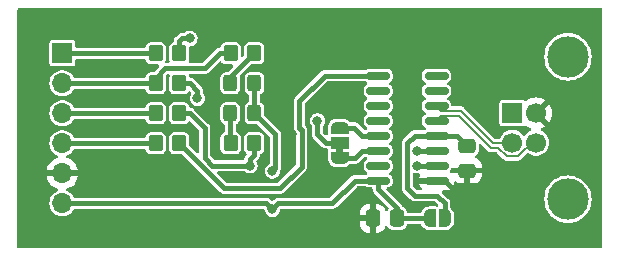
<source format=gtl>
G04 #@! TF.GenerationSoftware,KiCad,Pcbnew,7.0.1*
G04 #@! TF.CreationDate,2023-03-31T20:55:00+02:00*
G04 #@! TF.ProjectId,PMOD USB UART,504d4f44-2055-4534-9220-554152542e6b,V1.0*
G04 #@! TF.SameCoordinates,Original*
G04 #@! TF.FileFunction,Copper,L1,Top*
G04 #@! TF.FilePolarity,Positive*
%FSLAX46Y46*%
G04 Gerber Fmt 4.6, Leading zero omitted, Abs format (unit mm)*
G04 Created by KiCad (PCBNEW 7.0.1) date 2023-03-31 20:55:00*
%MOMM*%
%LPD*%
G01*
G04 APERTURE LIST*
G04 Aperture macros list*
%AMRoundRect*
0 Rectangle with rounded corners*
0 $1 Rounding radius*
0 $2 $3 $4 $5 $6 $7 $8 $9 X,Y pos of 4 corners*
0 Add a 4 corners polygon primitive as box body*
4,1,4,$2,$3,$4,$5,$6,$7,$8,$9,$2,$3,0*
0 Add four circle primitives for the rounded corners*
1,1,$1+$1,$2,$3*
1,1,$1+$1,$4,$5*
1,1,$1+$1,$6,$7*
1,1,$1+$1,$8,$9*
0 Add four rect primitives between the rounded corners*
20,1,$1+$1,$2,$3,$4,$5,0*
20,1,$1+$1,$4,$5,$6,$7,0*
20,1,$1+$1,$6,$7,$8,$9,0*
20,1,$1+$1,$8,$9,$2,$3,0*%
%AMFreePoly0*
4,1,19,0.550000,-0.750000,0.000000,-0.750000,0.000000,-0.744911,-0.071157,-0.744911,-0.207708,-0.704816,-0.327430,-0.627875,-0.420627,-0.520320,-0.479746,-0.390866,-0.500000,-0.250000,-0.500000,0.250000,-0.479746,0.390866,-0.420627,0.520320,-0.327430,0.627875,-0.207708,0.704816,-0.071157,0.744911,0.000000,0.744911,0.000000,0.750000,0.550000,0.750000,0.550000,-0.750000,0.550000,-0.750000,
$1*%
%AMFreePoly1*
4,1,19,0.000000,0.744911,0.071157,0.744911,0.207708,0.704816,0.327430,0.627875,0.420627,0.520320,0.479746,0.390866,0.500000,0.250000,0.500000,-0.250000,0.479746,-0.390866,0.420627,-0.520320,0.327430,-0.627875,0.207708,-0.704816,0.071157,-0.744911,0.000000,-0.744911,0.000000,-0.750000,-0.550000,-0.750000,-0.550000,0.750000,0.000000,0.750000,0.000000,0.744911,0.000000,0.744911,
$1*%
%AMFreePoly2*
4,1,19,0.500000,-0.750000,0.000000,-0.750000,0.000000,-0.744911,-0.071157,-0.744911,-0.207708,-0.704816,-0.327430,-0.627875,-0.420627,-0.520320,-0.479746,-0.390866,-0.500000,-0.250000,-0.500000,0.250000,-0.479746,0.390866,-0.420627,0.520320,-0.327430,0.627875,-0.207708,0.704816,-0.071157,0.744911,0.000000,0.744911,0.000000,0.750000,0.500000,0.750000,0.500000,-0.750000,0.500000,-0.750000,
$1*%
%AMFreePoly3*
4,1,19,0.000000,0.744911,0.071157,0.744911,0.207708,0.704816,0.327430,0.627875,0.420627,0.520320,0.479746,0.390866,0.500000,0.250000,0.500000,-0.250000,0.479746,-0.390866,0.420627,-0.520320,0.327430,-0.627875,0.207708,-0.704816,0.071157,-0.744911,0.000000,-0.744911,0.000000,-0.750000,-0.500000,-0.750000,-0.500000,0.750000,0.000000,0.750000,0.000000,0.744911,0.000000,0.744911,
$1*%
G04 Aperture macros list end*
G04 #@! TA.AperFunction,SMDPad,CuDef*
%ADD10RoundRect,0.250000X0.350000X0.450000X-0.350000X0.450000X-0.350000X-0.450000X0.350000X-0.450000X0*%
G04 #@! TD*
G04 #@! TA.AperFunction,SMDPad,CuDef*
%ADD11RoundRect,0.150000X0.825000X0.150000X-0.825000X0.150000X-0.825000X-0.150000X0.825000X-0.150000X0*%
G04 #@! TD*
G04 #@! TA.AperFunction,ComponentPad*
%ADD12R,1.700000X1.700000*%
G04 #@! TD*
G04 #@! TA.AperFunction,ComponentPad*
%ADD13O,1.700000X1.700000*%
G04 #@! TD*
G04 #@! TA.AperFunction,SMDPad,CuDef*
%ADD14RoundRect,0.250000X-0.325000X-0.450000X0.325000X-0.450000X0.325000X0.450000X-0.325000X0.450000X0*%
G04 #@! TD*
G04 #@! TA.AperFunction,SMDPad,CuDef*
%ADD15RoundRect,0.250000X0.337500X0.475000X-0.337500X0.475000X-0.337500X-0.475000X0.337500X-0.475000X0*%
G04 #@! TD*
G04 #@! TA.AperFunction,ComponentPad*
%ADD16C,1.700000*%
G04 #@! TD*
G04 #@! TA.AperFunction,ComponentPad*
%ADD17C,3.500000*%
G04 #@! TD*
G04 #@! TA.AperFunction,SMDPad,CuDef*
%ADD18RoundRect,0.250000X-0.350000X-0.450000X0.350000X-0.450000X0.350000X0.450000X-0.350000X0.450000X0*%
G04 #@! TD*
G04 #@! TA.AperFunction,SMDPad,CuDef*
%ADD19FreePoly0,90.000000*%
G04 #@! TD*
G04 #@! TA.AperFunction,SMDPad,CuDef*
%ADD20R,1.500000X1.000000*%
G04 #@! TD*
G04 #@! TA.AperFunction,SMDPad,CuDef*
%ADD21FreePoly1,90.000000*%
G04 #@! TD*
G04 #@! TA.AperFunction,SMDPad,CuDef*
%ADD22RoundRect,0.250000X-0.475000X0.337500X-0.475000X-0.337500X0.475000X-0.337500X0.475000X0.337500X0*%
G04 #@! TD*
G04 #@! TA.AperFunction,SMDPad,CuDef*
%ADD23FreePoly2,180.000000*%
G04 #@! TD*
G04 #@! TA.AperFunction,SMDPad,CuDef*
%ADD24FreePoly3,180.000000*%
G04 #@! TD*
G04 #@! TA.AperFunction,ViaPad*
%ADD25C,0.800000*%
G04 #@! TD*
G04 #@! TA.AperFunction,Conductor*
%ADD26C,0.440000*%
G04 #@! TD*
G04 #@! TA.AperFunction,Conductor*
%ADD27C,0.200000*%
G04 #@! TD*
G04 APERTURE END LIST*
G04 #@! TA.AperFunction,EtchedComponent*
G36*
X125395000Y-110090000D02*
G01*
X124795000Y-110090000D01*
X124795000Y-109590000D01*
X125395000Y-109590000D01*
X125395000Y-110090000D01*
G37*
G04 #@! TD.AperFunction*
D10*
X111490000Y-101600000D03*
X109490000Y-101600000D03*
D11*
X133285000Y-112395000D03*
X133285000Y-111125000D03*
X133285000Y-109855000D03*
X133285000Y-108585000D03*
X133285000Y-107315000D03*
X133285000Y-106045000D03*
X133285000Y-104775000D03*
X133285000Y-103505000D03*
X128335000Y-103505000D03*
X128335000Y-104775000D03*
X128335000Y-106045000D03*
X128335000Y-107315000D03*
X128335000Y-108585000D03*
X128335000Y-109855000D03*
X128335000Y-111125000D03*
X128335000Y-112395000D03*
D12*
X101600000Y-101600000D03*
D13*
X101600000Y-104140000D03*
X101600000Y-106680000D03*
X101600000Y-109220000D03*
X101600000Y-111760000D03*
X101600000Y-114300000D03*
D10*
X111490000Y-106680000D03*
X109490000Y-106680000D03*
D14*
X115815000Y-106680000D03*
X117865000Y-106680000D03*
X115815000Y-104140000D03*
X117865000Y-104140000D03*
D15*
X129942500Y-115570000D03*
X127867500Y-115570000D03*
D12*
X139700000Y-106680000D03*
D16*
X139700000Y-109180000D03*
X141700000Y-109180000D03*
X141700000Y-106680000D03*
D17*
X144410000Y-101910000D03*
X144410000Y-113950000D03*
D18*
X115840000Y-109220000D03*
X117840000Y-109220000D03*
D19*
X125095000Y-110490000D03*
D20*
X125095000Y-109190000D03*
D21*
X125095000Y-107890000D03*
D10*
X111490000Y-104140000D03*
X109490000Y-104140000D03*
X117840000Y-101600000D03*
X115840000Y-101600000D03*
D22*
X135890000Y-109452500D03*
X135890000Y-111527500D03*
D10*
X111490000Y-109220000D03*
X109490000Y-109220000D03*
D23*
X134000000Y-115570000D03*
D24*
X132700000Y-115570000D03*
D25*
X130302000Y-107950000D03*
X131191000Y-114554000D03*
X120650000Y-111252000D03*
X137287000Y-110490000D03*
X121031000Y-108458000D03*
X127254000Y-113792000D03*
X136779000Y-106426000D03*
X121539000Y-113157000D03*
X118364000Y-112014000D03*
X111125000Y-113030000D03*
X126746000Y-106426000D03*
X115570000Y-112014000D03*
X124079000Y-104521000D03*
X126746000Y-111506000D03*
X119380000Y-114808000D03*
X119380000Y-111563500D03*
X117475000Y-111125000D03*
X131629500Y-111125000D03*
X131629500Y-109855000D03*
X113030000Y-105410000D03*
X123190000Y-107315000D03*
X112395000Y-100330000D03*
D26*
X133985000Y-112395000D02*
X135255000Y-113665000D01*
X133285000Y-112395000D02*
X133985000Y-112395000D01*
X124460000Y-114300000D02*
X126365000Y-112395000D01*
X119888000Y-114300000D02*
X124460000Y-114300000D01*
X117865000Y-104140000D02*
X117865000Y-106680000D01*
X128335000Y-112395000D02*
X128335000Y-113095000D01*
X128335000Y-113095000D02*
X129942500Y-114702500D01*
X119634000Y-108449000D02*
X117865000Y-106680000D01*
X126365000Y-112395000D02*
X128335000Y-112395000D01*
X129942500Y-114702500D02*
X129942500Y-115570000D01*
X118872000Y-114300000D02*
X119380000Y-114808000D01*
X119380000Y-114808000D02*
X119888000Y-114300000D01*
X101600000Y-114300000D02*
X118872000Y-114300000D01*
X119380000Y-111563500D02*
X119634000Y-111309500D01*
X129942500Y-115570000D02*
X132700000Y-115570000D01*
X119634000Y-111309500D02*
X119634000Y-108449000D01*
X115815000Y-109195000D02*
X115840000Y-109220000D01*
X115815000Y-106680000D02*
X115815000Y-109195000D01*
X115815000Y-104140000D02*
X115815000Y-103625000D01*
X115815000Y-103625000D02*
X117840000Y-101600000D01*
D27*
X138073200Y-109180000D02*
X139700000Y-109180000D01*
X133285000Y-106045000D02*
X133694999Y-106454999D01*
X133694999Y-106454999D02*
X135348199Y-106454999D01*
X135348199Y-106454999D02*
X138073200Y-109180000D01*
X133694999Y-106905001D02*
X135161801Y-106905001D01*
X139223654Y-110330000D02*
X140176346Y-110330000D01*
X133285000Y-107315000D02*
X133694999Y-106905001D01*
X141250000Y-109630000D02*
X141700000Y-109180000D01*
X135161801Y-106905001D02*
X137886800Y-109630000D01*
X138523654Y-109630000D02*
X139223654Y-110330000D01*
X140876346Y-109630000D02*
X141250000Y-109630000D01*
X137886800Y-109630000D02*
X138523654Y-109630000D01*
X140176346Y-110330000D02*
X140876346Y-109630000D01*
D26*
X101600000Y-104140000D02*
X109490000Y-104140000D01*
X110307500Y-102870000D02*
X109490000Y-103687500D01*
X113665000Y-102870000D02*
X110307500Y-102870000D01*
X115840000Y-101600000D02*
X114935000Y-101600000D01*
X114935000Y-101600000D02*
X113665000Y-102870000D01*
X109490000Y-103687500D02*
X109490000Y-104140000D01*
X101600000Y-106680000D02*
X109490000Y-106680000D01*
X117475000Y-111125000D02*
X114300000Y-111125000D01*
X133285000Y-111125000D02*
X131629500Y-111125000D01*
X112395000Y-106680000D02*
X111490000Y-106680000D01*
X113665000Y-107950000D02*
X112395000Y-106680000D01*
X114300000Y-111125000D02*
X113665000Y-110490000D01*
X117840000Y-110220000D02*
X117840000Y-109220000D01*
X117475000Y-110585000D02*
X117840000Y-110220000D01*
X113665000Y-110490000D02*
X113665000Y-107950000D01*
X117475000Y-111125000D02*
X117475000Y-110585000D01*
X113030000Y-105410000D02*
X113030000Y-104775000D01*
X113030000Y-104775000D02*
X112395000Y-104140000D01*
X112395000Y-104140000D02*
X111490000Y-104140000D01*
X133285000Y-109855000D02*
X131629500Y-109855000D01*
X101600000Y-101600000D02*
X109490000Y-101600000D01*
X101600000Y-109220000D02*
X109490000Y-109220000D01*
X112395000Y-100330000D02*
X111760000Y-100330000D01*
X123190000Y-108475000D02*
X123190000Y-107315000D01*
X123905000Y-109190000D02*
X123190000Y-108475000D01*
X111490000Y-100600000D02*
X111490000Y-101600000D01*
X111760000Y-100330000D02*
X111490000Y-100600000D01*
X125095000Y-109190000D02*
X123905000Y-109190000D01*
X128335000Y-108585000D02*
X127000000Y-108585000D01*
X127000000Y-108585000D02*
X126305000Y-107890000D01*
X126305000Y-107890000D02*
X125095000Y-107890000D01*
X127000000Y-109855000D02*
X126365000Y-110490000D01*
X126365000Y-110490000D02*
X125095000Y-110490000D01*
X128335000Y-109855000D02*
X127000000Y-109855000D01*
X120031656Y-113030000D02*
X115300000Y-113030000D01*
X121666000Y-105664000D02*
X121666000Y-107933344D01*
X121851000Y-108118344D02*
X121851000Y-111210656D01*
X115300000Y-113030000D02*
X111490000Y-109220000D01*
X128335000Y-103505000D02*
X123825000Y-103505000D01*
X121666000Y-107933344D02*
X121851000Y-108118344D01*
X123825000Y-103505000D02*
X121666000Y-105664000D01*
X121851000Y-111210656D02*
X120031656Y-113030000D01*
X135890000Y-109452500D02*
X135022500Y-108585000D01*
X133350000Y-113665000D02*
X133985000Y-114300000D01*
X133985000Y-115555000D02*
X134000000Y-115570000D01*
X130810000Y-113030000D02*
X131445000Y-113665000D01*
X133985000Y-114300000D02*
X133985000Y-115555000D01*
X131445000Y-113665000D02*
X133350000Y-113665000D01*
X133285000Y-108585000D02*
X131445000Y-108585000D01*
X135022500Y-108585000D02*
X133285000Y-108585000D01*
X131445000Y-108585000D02*
X130810000Y-109220000D01*
X130810000Y-109220000D02*
X130810000Y-113030000D01*
G04 #@! TA.AperFunction,Conductor*
G36*
X131434173Y-111746824D02*
G01*
X131550515Y-111775500D01*
X131708484Y-111775500D01*
X131708485Y-111775500D01*
X131742521Y-111767110D01*
X131800180Y-111766707D01*
X131851788Y-111792424D01*
X131886186Y-111838701D01*
X131895935Y-111895532D01*
X131878928Y-111950628D01*
X131858719Y-111984799D01*
X131812900Y-112142511D01*
X131812704Y-112144999D01*
X131812705Y-112145000D01*
X133411000Y-112145000D01*
X133473000Y-112161613D01*
X133518387Y-112207000D01*
X133535000Y-112269000D01*
X133535000Y-112521000D01*
X133518387Y-112583000D01*
X133473000Y-112628387D01*
X133411000Y-112645000D01*
X131812704Y-112645000D01*
X131812900Y-112647488D01*
X131858719Y-112805200D01*
X131942317Y-112946557D01*
X131978579Y-112982819D01*
X132008829Y-113032182D01*
X132013371Y-113089898D01*
X131991216Y-113143385D01*
X131947193Y-113180985D01*
X131890898Y-113194500D01*
X131691250Y-113194500D01*
X131643797Y-113185061D01*
X131603569Y-113158181D01*
X131316819Y-112871432D01*
X131289939Y-112831204D01*
X131280500Y-112783751D01*
X131280500Y-111867222D01*
X131293013Y-111812939D01*
X131328027Y-111769611D01*
X131378474Y-111745984D01*
X131434173Y-111746824D01*
G37*
G04 #@! TD.AperFunction*
G04 #@! TA.AperFunction,Conductor*
G36*
X147257500Y-97807113D02*
G01*
X147302887Y-97852500D01*
X147319500Y-97914500D01*
X147319500Y-117985500D01*
X147302887Y-118047500D01*
X147257500Y-118092887D01*
X147195500Y-118109500D01*
X97914500Y-118109500D01*
X97852500Y-118092887D01*
X97807113Y-118047500D01*
X97790500Y-117985500D01*
X97790500Y-115820000D01*
X126780001Y-115820000D01*
X126780001Y-116094979D01*
X126790493Y-116197695D01*
X126845642Y-116364122D01*
X126937683Y-116513345D01*
X127061654Y-116637316D01*
X127210877Y-116729357D01*
X127377303Y-116784506D01*
X127480021Y-116795000D01*
X127617500Y-116795000D01*
X127617500Y-115820000D01*
X126780001Y-115820000D01*
X97790500Y-115820000D01*
X97790500Y-112010000D01*
X100269364Y-112010000D01*
X100326569Y-112223492D01*
X100426399Y-112437576D01*
X100561893Y-112631081D01*
X100728918Y-112798106D01*
X100922423Y-112933600D01*
X101136508Y-113033430D01*
X101175584Y-113043901D01*
X101229261Y-113074125D01*
X101261771Y-113126449D01*
X101265090Y-113187961D01*
X101238399Y-113243479D01*
X101188285Y-113279302D01*
X101168455Y-113286985D01*
X101107360Y-113310653D01*
X100933958Y-113418018D01*
X100783236Y-113555419D01*
X100660324Y-113718181D01*
X100569418Y-113900748D01*
X100513602Y-114096916D01*
X100494785Y-114299999D01*
X100513602Y-114503083D01*
X100569418Y-114699251D01*
X100660324Y-114881818D01*
X100783236Y-115044580D01*
X100933958Y-115181981D01*
X101107361Y-115289347D01*
X101107363Y-115289348D01*
X101297544Y-115363024D01*
X101498024Y-115400500D01*
X101701974Y-115400500D01*
X101701976Y-115400500D01*
X101902456Y-115363024D01*
X102092637Y-115289348D01*
X102266041Y-115181981D01*
X102310625Y-115141337D01*
X102416763Y-115044580D01*
X102424515Y-115034315D01*
X102539673Y-114881821D01*
X102539673Y-114881819D01*
X102539675Y-114881818D01*
X102560882Y-114839229D01*
X102606604Y-114789073D01*
X102671882Y-114770500D01*
X118610314Y-114770500D01*
X118667940Y-114784703D01*
X118712364Y-114824060D01*
X118733410Y-114879553D01*
X118743763Y-114964818D01*
X118799780Y-115112523D01*
X118889515Y-115242528D01*
X118889516Y-115242529D01*
X118889517Y-115242530D01*
X119007760Y-115347283D01*
X119147635Y-115420696D01*
X119301015Y-115458500D01*
X119458985Y-115458500D01*
X119612365Y-115420696D01*
X119752240Y-115347283D01*
X119783036Y-115320000D01*
X126780000Y-115320000D01*
X127617500Y-115320000D01*
X127617500Y-114345001D01*
X127480021Y-114345001D01*
X127377304Y-114355493D01*
X127210877Y-114410642D01*
X127061654Y-114502683D01*
X126937683Y-114626654D01*
X126845642Y-114775877D01*
X126790493Y-114942303D01*
X126780000Y-115045021D01*
X126780000Y-115320000D01*
X119783036Y-115320000D01*
X119870483Y-115242530D01*
X119960220Y-115112523D01*
X120016237Y-114964818D01*
X120026589Y-114879552D01*
X120047635Y-114824061D01*
X120092059Y-114784704D01*
X120149685Y-114770500D01*
X124396091Y-114770500D01*
X124422448Y-114773333D01*
X124426090Y-114774126D01*
X124426090Y-114774125D01*
X124426091Y-114774126D01*
X124472374Y-114770816D01*
X124481220Y-114770500D01*
X124493644Y-114770500D01*
X124493648Y-114770500D01*
X124505964Y-114768728D01*
X124514746Y-114767784D01*
X124561041Y-114764475D01*
X124564541Y-114763169D01*
X124590225Y-114756613D01*
X124593918Y-114756083D01*
X124636144Y-114736797D01*
X124644292Y-114733422D01*
X124687805Y-114717194D01*
X124690789Y-114714959D01*
X124713595Y-114701429D01*
X124713773Y-114701347D01*
X124716987Y-114699880D01*
X124752087Y-114669464D01*
X124758950Y-114663934D01*
X124768901Y-114656486D01*
X124777680Y-114647705D01*
X124784143Y-114641687D01*
X124819236Y-114611280D01*
X124820596Y-114609163D01*
X124821252Y-114608143D01*
X124837885Y-114587500D01*
X126523568Y-112901819D01*
X126563797Y-112874939D01*
X126611250Y-112865500D01*
X127227070Y-112865500D01*
X127283364Y-112879014D01*
X127384696Y-112930646D01*
X127403347Y-112933600D01*
X127478479Y-112945500D01*
X127478481Y-112945500D01*
X127737159Y-112945500D01*
X127796586Y-112960668D01*
X127841475Y-113002461D01*
X127860843Y-113060655D01*
X127864184Y-113107375D01*
X127864500Y-113116220D01*
X127864500Y-113128648D01*
X127866268Y-113140949D01*
X127867213Y-113149742D01*
X127870525Y-113196040D01*
X127871832Y-113199545D01*
X127878384Y-113225216D01*
X127878917Y-113228918D01*
X127895450Y-113265120D01*
X127898196Y-113271132D01*
X127901584Y-113279312D01*
X127917805Y-113322804D01*
X127920043Y-113325794D01*
X127933566Y-113348585D01*
X127935120Y-113351987D01*
X127965520Y-113387070D01*
X127971065Y-113393951D01*
X127978514Y-113403901D01*
X127978517Y-113403904D01*
X127987287Y-113412674D01*
X127993321Y-113419154D01*
X128023720Y-113454236D01*
X128026860Y-113456254D01*
X128047501Y-113472888D01*
X129199139Y-114624526D01*
X129229570Y-114674451D01*
X129233741Y-114732770D01*
X129210725Y-114786518D01*
X129161203Y-114852670D01*
X129153817Y-114872473D01*
X129119479Y-114922291D01*
X129065656Y-114949930D01*
X129005161Y-114948809D01*
X128952398Y-114919196D01*
X128919930Y-114868140D01*
X128889358Y-114775878D01*
X128797316Y-114626654D01*
X128673345Y-114502683D01*
X128524122Y-114410642D01*
X128357696Y-114355493D01*
X128254979Y-114345000D01*
X128117500Y-114345000D01*
X128117500Y-116794999D01*
X128254979Y-116794999D01*
X128357695Y-116784506D01*
X128524122Y-116729357D01*
X128673345Y-116637316D01*
X128797316Y-116513345D01*
X128889357Y-116364121D01*
X128919930Y-116271859D01*
X128952398Y-116220803D01*
X129005162Y-116191190D01*
X129065656Y-116190069D01*
X129119480Y-116217709D01*
X129153817Y-116267527D01*
X129161202Y-116287328D01*
X129161203Y-116287330D01*
X129161204Y-116287331D01*
X129247454Y-116402546D01*
X129362669Y-116488796D01*
X129497517Y-116539091D01*
X129557127Y-116545500D01*
X130327872Y-116545499D01*
X130387483Y-116539091D01*
X130522331Y-116488796D01*
X130637546Y-116402546D01*
X130723796Y-116287331D01*
X130774091Y-116152483D01*
X130774224Y-116151244D01*
X130794823Y-116094997D01*
X130839386Y-116054968D01*
X130897514Y-116040500D01*
X131890555Y-116040500D01*
X131936641Y-116049382D01*
X131976125Y-116074757D01*
X132003349Y-116112989D01*
X132042718Y-116199197D01*
X132082024Y-116260358D01*
X132134997Y-116321492D01*
X132176176Y-116369016D01*
X132231119Y-116416624D01*
X132352073Y-116494356D01*
X132418200Y-116524555D01*
X132556155Y-116565062D01*
X132628111Y-116575408D01*
X133200000Y-116575408D01*
X133200001Y-116575408D01*
X133226850Y-116570067D01*
X133297740Y-116555966D01*
X133297741Y-116555965D01*
X133317353Y-116552064D01*
X133325805Y-116548563D01*
X133374195Y-116548563D01*
X133382646Y-116552064D01*
X133402259Y-116555965D01*
X133402260Y-116555966D01*
X133447983Y-116565061D01*
X133499999Y-116575408D01*
X133500000Y-116575408D01*
X134071888Y-116575408D01*
X134071889Y-116575408D01*
X134143845Y-116565062D01*
X134281800Y-116524555D01*
X134347927Y-116494356D01*
X134468881Y-116416624D01*
X134523824Y-116369016D01*
X134617978Y-116260355D01*
X134657279Y-116199201D01*
X134661450Y-116190069D01*
X134717005Y-116068420D01*
X134717007Y-116068416D01*
X134737488Y-115998664D01*
X134757950Y-115856349D01*
X134757950Y-115783651D01*
X134756669Y-115774747D01*
X134755408Y-115757102D01*
X134755408Y-115382898D01*
X134756670Y-115365251D01*
X134757950Y-115356348D01*
X134757950Y-115283652D01*
X134755037Y-115263395D01*
X134737488Y-115141336D01*
X134717007Y-115071584D01*
X134714111Y-115065243D01*
X134657281Y-114940802D01*
X134617975Y-114879641D01*
X134523823Y-114770982D01*
X134498297Y-114748864D01*
X134466705Y-114706663D01*
X134455500Y-114655152D01*
X134455500Y-114363916D01*
X134458333Y-114337561D01*
X134459127Y-114333910D01*
X134455816Y-114287618D01*
X134455500Y-114278771D01*
X134455500Y-114266352D01*
X134453733Y-114254066D01*
X134452786Y-114245259D01*
X134452083Y-114235428D01*
X134449475Y-114198960D01*
X134448169Y-114195459D01*
X134441614Y-114169778D01*
X134441083Y-114166082D01*
X134421796Y-114123850D01*
X134418412Y-114115678D01*
X134402194Y-114072195D01*
X134399953Y-114069202D01*
X134386430Y-114046409D01*
X134384880Y-114043013D01*
X134369342Y-114025082D01*
X134354484Y-114007934D01*
X134348940Y-114001056D01*
X134341487Y-113991099D01*
X134341485Y-113991097D01*
X134341483Y-113991094D01*
X134332705Y-113982317D01*
X134326670Y-113975836D01*
X134304282Y-113949999D01*
X142404389Y-113949999D01*
X142424804Y-114235429D01*
X142485629Y-114515041D01*
X142505599Y-114568582D01*
X142581092Y-114770987D01*
X142585634Y-114783163D01*
X142722772Y-115034313D01*
X142745926Y-115065243D01*
X142894261Y-115263395D01*
X143096605Y-115465739D01*
X143268415Y-115594354D01*
X143325686Y-115637227D01*
X143465435Y-115713535D01*
X143576839Y-115774367D01*
X143844954Y-115874369D01*
X143844957Y-115874369D01*
X143844958Y-115874370D01*
X143897217Y-115885738D01*
X144124572Y-115935196D01*
X144410000Y-115955610D01*
X144695428Y-115935196D01*
X144975046Y-115874369D01*
X145243161Y-115774367D01*
X145494315Y-115637226D01*
X145723395Y-115465739D01*
X145925739Y-115263395D01*
X146097226Y-115034315D01*
X146234367Y-114783161D01*
X146334369Y-114515046D01*
X146395196Y-114235428D01*
X146415610Y-113950000D01*
X146395196Y-113664572D01*
X146336320Y-113393921D01*
X146334370Y-113384958D01*
X146334369Y-113384954D01*
X146234367Y-113116839D01*
X146141386Y-112946557D01*
X146097227Y-112865686D01*
X146035891Y-112783751D01*
X145925739Y-112636605D01*
X145723395Y-112434261D01*
X145588587Y-112333345D01*
X145494313Y-112262772D01*
X145243163Y-112125634D01*
X145243162Y-112125633D01*
X145243161Y-112125633D01*
X145009584Y-112038513D01*
X144975041Y-112025629D01*
X144695429Y-111964804D01*
X144410000Y-111944389D01*
X144124570Y-111964804D01*
X143844958Y-112025629D01*
X143576836Y-112125634D01*
X143325686Y-112262772D01*
X143096602Y-112434263D01*
X142894263Y-112636602D01*
X142722772Y-112865686D01*
X142585634Y-113116836D01*
X142485629Y-113384958D01*
X142424804Y-113664570D01*
X142404389Y-113949999D01*
X134304282Y-113949999D01*
X134298665Y-113943517D01*
X134296280Y-113940764D01*
X134293135Y-113938743D01*
X134272501Y-113922113D01*
X133757068Y-113406681D01*
X133726818Y-113357318D01*
X133722276Y-113299602D01*
X133744431Y-113246115D01*
X133788454Y-113208515D01*
X133844749Y-113195000D01*
X134175639Y-113195000D01*
X134212493Y-113192099D01*
X134370197Y-113146282D01*
X134511557Y-113062682D01*
X134627682Y-112946557D01*
X134711282Y-112805197D01*
X134757099Y-112647493D01*
X134760000Y-112610639D01*
X134760000Y-112564361D01*
X134777067Y-112501582D01*
X134823568Y-112456084D01*
X134886705Y-112440391D01*
X134949097Y-112458822D01*
X135095879Y-112549358D01*
X135262303Y-112604506D01*
X135365021Y-112615000D01*
X135640000Y-112615000D01*
X135640000Y-111777500D01*
X136140000Y-111777500D01*
X136140000Y-112614999D01*
X136414979Y-112614999D01*
X136517695Y-112604506D01*
X136684122Y-112549357D01*
X136833345Y-112457316D01*
X136957316Y-112333345D01*
X137049357Y-112184122D01*
X137104506Y-112017696D01*
X137115000Y-111914979D01*
X137115000Y-111777500D01*
X136140000Y-111777500D01*
X135640000Y-111777500D01*
X134613638Y-111777500D01*
X134613638Y-111773553D01*
X134581200Y-111773522D01*
X134525686Y-111741448D01*
X134511552Y-111727314D01*
X134468508Y-111701858D01*
X134427987Y-111663204D01*
X134408605Y-111610664D01*
X134414315Y-111554955D01*
X134429302Y-111530926D01*
X134429134Y-111530841D01*
X134448002Y-111493810D01*
X134495646Y-111400304D01*
X134498529Y-111382103D01*
X134520684Y-111328615D01*
X134564707Y-111291015D01*
X134621002Y-111277500D01*
X137114999Y-111277500D01*
X137114999Y-111140021D01*
X137104506Y-111037304D01*
X137049357Y-110870877D01*
X136957316Y-110721654D01*
X136833345Y-110597683D01*
X136684122Y-110505642D01*
X136591858Y-110475069D01*
X136540802Y-110442600D01*
X136511189Y-110389836D01*
X136510070Y-110329340D01*
X136537710Y-110275517D01*
X136587529Y-110241181D01*
X136607331Y-110233796D01*
X136722546Y-110147546D01*
X136808796Y-110032331D01*
X136859091Y-109897483D01*
X136865500Y-109837873D01*
X136865499Y-109403741D01*
X136879014Y-109347448D01*
X136916613Y-109303425D01*
X136970101Y-109281270D01*
X137027817Y-109285812D01*
X137077180Y-109316062D01*
X137604161Y-109843043D01*
X137620289Y-109862903D01*
X137625363Y-109870669D01*
X137648273Y-109888500D01*
X137659296Y-109898235D01*
X137675155Y-109909558D01*
X137679264Y-109912622D01*
X137723573Y-109947108D01*
X137777393Y-109963131D01*
X137782267Y-109964692D01*
X137828312Y-109980500D01*
X137828313Y-109980500D01*
X137835380Y-109982926D01*
X137842844Y-109982617D01*
X137842847Y-109982618D01*
X137891493Y-109980605D01*
X137896617Y-109980500D01*
X138327110Y-109980500D01*
X138374563Y-109989939D01*
X138414791Y-110016819D01*
X138941015Y-110543043D01*
X138957143Y-110562903D01*
X138962217Y-110570669D01*
X138985127Y-110588500D01*
X138996148Y-110598233D01*
X139012001Y-110609552D01*
X139016104Y-110612611D01*
X139054528Y-110642517D01*
X139054529Y-110642517D01*
X139060426Y-110647107D01*
X139114232Y-110663126D01*
X139119106Y-110664687D01*
X139165166Y-110680500D01*
X139165167Y-110680500D01*
X139172231Y-110682925D01*
X139179697Y-110682616D01*
X139179700Y-110682617D01*
X139228322Y-110680605D01*
X139233446Y-110680500D01*
X140127134Y-110680500D01*
X140152580Y-110683139D01*
X140153902Y-110683416D01*
X140161661Y-110685043D01*
X140187710Y-110681795D01*
X140190469Y-110681452D01*
X140205141Y-110680541D01*
X140224359Y-110677334D01*
X140229415Y-110676596D01*
X140277739Y-110670573D01*
X140277740Y-110670572D01*
X140285154Y-110669648D01*
X140291724Y-110666092D01*
X140291727Y-110666092D01*
X140334547Y-110642918D01*
X140339093Y-110640577D01*
X140382830Y-110619198D01*
X140382832Y-110619195D01*
X140389541Y-110615916D01*
X140394600Y-110610419D01*
X140394604Y-110610418D01*
X140427600Y-110574572D01*
X140431102Y-110570924D01*
X140906509Y-110095517D01*
X140952976Y-110066249D01*
X141007530Y-110059920D01*
X141059461Y-110077771D01*
X141207363Y-110169348D01*
X141397544Y-110243024D01*
X141598024Y-110280500D01*
X141801974Y-110280500D01*
X141801976Y-110280500D01*
X142002456Y-110243024D01*
X142192637Y-110169348D01*
X142366041Y-110061981D01*
X142403816Y-110027545D01*
X142516763Y-109924580D01*
X142535867Y-109899282D01*
X142639673Y-109761821D01*
X142639673Y-109761819D01*
X142639675Y-109761818D01*
X142697304Y-109646081D01*
X142730582Y-109579250D01*
X142786397Y-109383083D01*
X142805215Y-109180000D01*
X142786397Y-108976917D01*
X142730582Y-108780750D01*
X142730209Y-108780001D01*
X142639675Y-108598181D01*
X142516763Y-108435419D01*
X142366041Y-108298018D01*
X142192640Y-108190653D01*
X142183027Y-108186929D01*
X142170081Y-108181914D01*
X142122812Y-108149355D01*
X142095269Y-108098996D01*
X142093354Y-108041629D01*
X142117478Y-107989545D01*
X142162472Y-107953906D01*
X142377576Y-107853600D01*
X142461373Y-107794925D01*
X141434128Y-106767680D01*
X141402034Y-106712092D01*
X141402034Y-106680000D01*
X142053553Y-106680000D01*
X142814925Y-107441373D01*
X142873600Y-107357576D01*
X142973430Y-107143492D01*
X143034569Y-106915318D01*
X143055157Y-106680000D01*
X143034569Y-106444681D01*
X142973430Y-106216507D01*
X142873599Y-106002421D01*
X142814926Y-105918626D01*
X142814925Y-105918625D01*
X142053553Y-106680000D01*
X141402034Y-106680000D01*
X141402034Y-106647905D01*
X141434128Y-106592318D01*
X141700000Y-106326447D01*
X142461373Y-105565073D01*
X142461373Y-105565072D01*
X142377580Y-105506400D01*
X142163492Y-105406569D01*
X141935318Y-105345430D01*
X141700000Y-105324842D01*
X141464681Y-105345430D01*
X141236507Y-105406569D01*
X141022420Y-105506400D01*
X140844908Y-105630695D01*
X140799743Y-105650373D01*
X140750480Y-105650910D01*
X140704896Y-105632223D01*
X140647740Y-105594034D01*
X140574675Y-105579500D01*
X140574674Y-105579500D01*
X138825326Y-105579500D01*
X138825325Y-105579500D01*
X138752261Y-105594033D01*
X138669399Y-105649399D01*
X138614033Y-105732261D01*
X138599500Y-105805325D01*
X138599500Y-107554675D01*
X138614033Y-107627738D01*
X138614033Y-107627739D01*
X138614034Y-107627740D01*
X138669399Y-107710601D01*
X138752260Y-107765966D01*
X138788793Y-107773233D01*
X138825325Y-107780500D01*
X138825326Y-107780500D01*
X140574674Y-107780500D01*
X140574675Y-107780500D01*
X140608080Y-107773855D01*
X140647740Y-107765966D01*
X140704898Y-107727774D01*
X140750479Y-107709089D01*
X140799743Y-107709626D01*
X140844908Y-107729304D01*
X141022420Y-107853599D01*
X141237527Y-107953906D01*
X141282521Y-107989545D01*
X141306645Y-108041629D01*
X141304731Y-108098996D01*
X141277187Y-108149354D01*
X141229917Y-108181914D01*
X141207363Y-108190651D01*
X141033958Y-108298018D01*
X140883236Y-108435419D01*
X140798954Y-108547028D01*
X140755271Y-108583301D01*
X140700000Y-108596301D01*
X140644729Y-108583301D01*
X140601046Y-108547028D01*
X140516763Y-108435419D01*
X140366041Y-108298018D01*
X140192638Y-108190652D01*
X140002457Y-108116976D01*
X139916906Y-108100984D01*
X139801976Y-108079500D01*
X139598024Y-108079500D01*
X139517722Y-108094511D01*
X139397542Y-108116976D01*
X139207361Y-108190652D01*
X139033958Y-108298018D01*
X138883236Y-108435419D01*
X138760327Y-108598177D01*
X138719201Y-108680771D01*
X138679365Y-108760772D01*
X138633644Y-108810927D01*
X138568366Y-108829500D01*
X138269744Y-108829500D01*
X138222291Y-108820061D01*
X138182063Y-108793181D01*
X135630837Y-106241955D01*
X135614708Y-106222093D01*
X135609636Y-106214329D01*
X135586732Y-106196503D01*
X135575707Y-106186767D01*
X135559852Y-106175447D01*
X135555743Y-106172383D01*
X135511428Y-106137891D01*
X135457608Y-106121868D01*
X135452730Y-106120305D01*
X135399620Y-106102073D01*
X135343531Y-106104393D01*
X135338407Y-106104499D01*
X134634500Y-106104499D01*
X134572500Y-106087886D01*
X134527113Y-106042500D01*
X134510500Y-105980500D01*
X134510499Y-105863486D01*
X134510499Y-105863485D01*
X134510499Y-105863482D01*
X134495646Y-105769696D01*
X134455371Y-105690652D01*
X134438050Y-105656657D01*
X134348343Y-105566950D01*
X134257149Y-105520484D01*
X134207716Y-105474788D01*
X134189444Y-105409998D01*
X134207717Y-105345208D01*
X134257147Y-105299515D01*
X134348342Y-105253050D01*
X134438050Y-105163342D01*
X134495646Y-105050304D01*
X134510500Y-104956519D01*
X134510499Y-104593482D01*
X134495646Y-104499696D01*
X134467965Y-104445370D01*
X134438050Y-104386657D01*
X134348343Y-104296950D01*
X134257149Y-104250484D01*
X134207716Y-104204788D01*
X134189444Y-104139998D01*
X134207717Y-104075208D01*
X134257147Y-104029515D01*
X134348342Y-103983050D01*
X134438050Y-103893342D01*
X134495646Y-103780304D01*
X134510500Y-103686519D01*
X134510499Y-103323482D01*
X134495646Y-103229696D01*
X134458760Y-103157303D01*
X134438050Y-103116657D01*
X134348343Y-103026950D01*
X134235302Y-102969353D01*
X134141521Y-102954500D01*
X132428485Y-102954500D01*
X132381589Y-102961927D01*
X132334696Y-102969354D01*
X132334694Y-102969354D01*
X132334693Y-102969355D01*
X132221657Y-103026949D01*
X132131950Y-103116656D01*
X132074353Y-103229697D01*
X132059500Y-103323478D01*
X132059500Y-103686514D01*
X132059501Y-103686518D01*
X132074354Y-103780304D01*
X132074354Y-103780305D01*
X132074355Y-103780306D01*
X132131949Y-103893342D01*
X132221656Y-103983049D01*
X132312850Y-104029515D01*
X132362282Y-104075210D01*
X132380555Y-104140000D01*
X132362282Y-104204790D01*
X132312850Y-104250485D01*
X132221656Y-104296950D01*
X132131950Y-104386656D01*
X132074353Y-104499697D01*
X132059500Y-104593478D01*
X132059500Y-104956514D01*
X132060600Y-104963460D01*
X132074354Y-105050304D01*
X132074354Y-105050305D01*
X132074355Y-105050306D01*
X132131949Y-105163342D01*
X132221656Y-105253049D01*
X132312850Y-105299515D01*
X132362282Y-105345210D01*
X132380555Y-105410000D01*
X132362282Y-105474790D01*
X132312850Y-105520485D01*
X132221656Y-105566950D01*
X132131950Y-105656656D01*
X132074353Y-105769697D01*
X132059500Y-105863478D01*
X132059500Y-106226514D01*
X132059501Y-106226518D01*
X132074354Y-106320304D01*
X132074354Y-106320305D01*
X132074355Y-106320306D01*
X132131949Y-106433342D01*
X132221656Y-106523049D01*
X132312850Y-106569515D01*
X132362282Y-106615210D01*
X132380555Y-106680000D01*
X132362282Y-106744790D01*
X132312850Y-106790485D01*
X132221656Y-106836950D01*
X132131950Y-106926656D01*
X132074353Y-107039697D01*
X132059500Y-107133478D01*
X132059500Y-107496514D01*
X132059501Y-107496518D01*
X132074354Y-107590304D01*
X132074354Y-107590305D01*
X132074355Y-107590306D01*
X132131949Y-107703342D01*
X132221656Y-107793049D01*
X132312850Y-107839515D01*
X132362282Y-107885210D01*
X132380555Y-107950000D01*
X132362283Y-108014790D01*
X132312850Y-108060485D01*
X132233365Y-108100985D01*
X132177070Y-108114500D01*
X131508916Y-108114500D01*
X131482561Y-108111667D01*
X131478910Y-108110872D01*
X131435233Y-108113996D01*
X131432616Y-108114184D01*
X131423771Y-108114500D01*
X131411352Y-108114500D01*
X131399050Y-108116268D01*
X131390258Y-108117213D01*
X131343957Y-108120525D01*
X131340453Y-108121832D01*
X131314785Y-108128384D01*
X131311082Y-108128917D01*
X131268849Y-108148202D01*
X131260697Y-108151579D01*
X131246230Y-108156976D01*
X131217192Y-108167807D01*
X131214199Y-108170048D01*
X131191413Y-108183566D01*
X131188015Y-108185117D01*
X131152927Y-108215521D01*
X131146041Y-108221070D01*
X131136097Y-108228514D01*
X131127293Y-108237317D01*
X131120833Y-108243330D01*
X131104485Y-108257498D01*
X131085762Y-108273722D01*
X131083743Y-108276864D01*
X131067115Y-108297495D01*
X130522499Y-108842112D01*
X130501866Y-108858741D01*
X130498720Y-108860763D01*
X130468323Y-108895841D01*
X130462303Y-108902308D01*
X130453511Y-108911101D01*
X130446066Y-108921045D01*
X130440523Y-108927923D01*
X130410119Y-108963013D01*
X130408563Y-108966421D01*
X130395049Y-108989197D01*
X130392807Y-108992191D01*
X130376583Y-109035688D01*
X130373198Y-109043859D01*
X130353916Y-109086083D01*
X130353383Y-109089788D01*
X130346833Y-109115448D01*
X130345525Y-109118954D01*
X130342213Y-109165257D01*
X130341268Y-109174050D01*
X130339500Y-109186351D01*
X130339500Y-109198780D01*
X130339184Y-109207626D01*
X130335873Y-109253908D01*
X130336666Y-109257550D01*
X130339500Y-109283909D01*
X130339500Y-112966091D01*
X130336666Y-112992450D01*
X130335873Y-112996091D01*
X130339184Y-113042374D01*
X130339500Y-113051220D01*
X130339500Y-113063648D01*
X130341268Y-113075949D01*
X130342213Y-113084742D01*
X130345525Y-113131040D01*
X130346832Y-113134545D01*
X130353384Y-113160216D01*
X130353917Y-113163918D01*
X130370635Y-113200525D01*
X130373196Y-113206132D01*
X130376584Y-113214312D01*
X130392805Y-113257804D01*
X130395043Y-113260794D01*
X130408566Y-113283585D01*
X130410120Y-113286987D01*
X130436558Y-113317498D01*
X130440520Y-113322070D01*
X130446065Y-113328951D01*
X130453514Y-113338901D01*
X130453516Y-113338903D01*
X130453517Y-113338904D01*
X130462287Y-113347674D01*
X130468321Y-113354154D01*
X130498720Y-113389236D01*
X130501860Y-113391254D01*
X130522501Y-113407888D01*
X131067113Y-113952501D01*
X131083743Y-113973135D01*
X131085764Y-113976280D01*
X131118435Y-114004590D01*
X131120836Y-114006670D01*
X131127317Y-114012705D01*
X131136094Y-114021483D01*
X131136097Y-114021485D01*
X131136099Y-114021487D01*
X131146056Y-114028940D01*
X131152934Y-114034484D01*
X131188013Y-114064880D01*
X131191409Y-114066430D01*
X131214202Y-114079953D01*
X131217195Y-114082194D01*
X131260684Y-114098414D01*
X131268850Y-114101796D01*
X131311082Y-114121083D01*
X131314778Y-114121614D01*
X131340459Y-114128169D01*
X131343960Y-114129475D01*
X131390262Y-114132786D01*
X131399058Y-114133732D01*
X131411352Y-114135500D01*
X131423771Y-114135500D01*
X131432616Y-114135815D01*
X131478910Y-114139127D01*
X131482561Y-114138333D01*
X131508916Y-114135500D01*
X133103751Y-114135500D01*
X133151204Y-114144939D01*
X133191431Y-114171818D01*
X133390558Y-114370946D01*
X133422221Y-114424967D01*
X133423451Y-114487573D01*
X133393933Y-114542797D01*
X133341195Y-114576557D01*
X133278686Y-114580243D01*
X133200002Y-114564592D01*
X133200000Y-114564592D01*
X132628111Y-114564592D01*
X132610122Y-114567178D01*
X132556152Y-114574938D01*
X132418200Y-114615444D01*
X132360777Y-114641669D01*
X132352073Y-114645644D01*
X132231119Y-114723376D01*
X132176179Y-114770982D01*
X132176173Y-114770987D01*
X132082024Y-114879641D01*
X132042718Y-114940802D01*
X132003349Y-115027011D01*
X131976125Y-115065243D01*
X131936641Y-115090618D01*
X131890555Y-115099500D01*
X130897514Y-115099500D01*
X130839387Y-115085032D01*
X130794824Y-115045003D01*
X130774225Y-114988756D01*
X130774092Y-114987519D01*
X130748609Y-114919196D01*
X130723796Y-114852669D01*
X130637546Y-114737454D01*
X130522331Y-114651204D01*
X130466779Y-114630484D01*
X130425617Y-114605058D01*
X130397319Y-114565814D01*
X130379301Y-114526360D01*
X130375913Y-114518183D01*
X130370132Y-114502683D01*
X130359693Y-114474695D01*
X130357461Y-114471714D01*
X130343931Y-114448910D01*
X130342380Y-114445513D01*
X130342378Y-114445511D01*
X130342378Y-114445510D01*
X130311977Y-114410425D01*
X130306422Y-114403532D01*
X130298986Y-114393598D01*
X130290211Y-114384824D01*
X130284176Y-114378343D01*
X130271675Y-114363916D01*
X130253780Y-114343264D01*
X130253779Y-114343263D01*
X130253777Y-114343261D01*
X130250634Y-114341241D01*
X130229997Y-114324610D01*
X129062567Y-113157180D01*
X129032317Y-113107817D01*
X129027775Y-113050101D01*
X129049930Y-112996614D01*
X129093953Y-112959014D01*
X129150248Y-112945499D01*
X129191514Y-112945499D01*
X129191518Y-112945499D01*
X129285304Y-112930646D01*
X129398342Y-112873050D01*
X129488050Y-112783342D01*
X129545646Y-112670304D01*
X129560500Y-112576519D01*
X129560499Y-112213482D01*
X129545646Y-112119696D01*
X129499135Y-112028413D01*
X129488050Y-112006657D01*
X129398343Y-111916950D01*
X129307149Y-111870484D01*
X129257716Y-111824788D01*
X129239444Y-111759998D01*
X129257717Y-111695208D01*
X129307147Y-111649515D01*
X129398342Y-111603050D01*
X129488050Y-111513342D01*
X129545646Y-111400304D01*
X129560500Y-111306519D01*
X129560499Y-110943482D01*
X129545646Y-110849696D01*
X129505956Y-110771800D01*
X129488050Y-110736657D01*
X129398343Y-110646950D01*
X129307149Y-110600484D01*
X129257716Y-110554788D01*
X129239444Y-110489998D01*
X129257717Y-110425208D01*
X129307147Y-110379515D01*
X129398342Y-110333050D01*
X129488050Y-110243342D01*
X129545646Y-110130304D01*
X129560500Y-110036519D01*
X129560499Y-109673482D01*
X129545646Y-109579696D01*
X129498378Y-109486928D01*
X129488050Y-109466657D01*
X129398343Y-109376950D01*
X129307149Y-109330484D01*
X129257716Y-109284788D01*
X129239444Y-109219998D01*
X129257717Y-109155208D01*
X129307147Y-109109515D01*
X129398342Y-109063050D01*
X129488050Y-108973342D01*
X129545646Y-108860304D01*
X129560500Y-108766519D01*
X129560499Y-108403482D01*
X129545646Y-108309696D01*
X129504407Y-108228760D01*
X129488050Y-108196657D01*
X129398343Y-108106950D01*
X129307149Y-108060484D01*
X129257716Y-108014788D01*
X129239444Y-107949998D01*
X129257717Y-107885208D01*
X129307147Y-107839515D01*
X129398342Y-107793050D01*
X129488050Y-107703342D01*
X129545646Y-107590304D01*
X129560500Y-107496519D01*
X129560499Y-107133482D01*
X129545646Y-107039696D01*
X129517965Y-106985370D01*
X129488050Y-106926657D01*
X129398343Y-106836950D01*
X129307149Y-106790484D01*
X129257716Y-106744788D01*
X129239444Y-106679998D01*
X129257717Y-106615208D01*
X129307147Y-106569515D01*
X129398342Y-106523050D01*
X129488050Y-106433342D01*
X129545646Y-106320304D01*
X129560500Y-106226519D01*
X129560499Y-105863482D01*
X129545646Y-105769696D01*
X129505371Y-105690652D01*
X129488050Y-105656657D01*
X129398343Y-105566950D01*
X129307149Y-105520484D01*
X129257716Y-105474788D01*
X129239444Y-105409998D01*
X129257717Y-105345208D01*
X129307147Y-105299515D01*
X129398342Y-105253050D01*
X129488050Y-105163342D01*
X129545646Y-105050304D01*
X129560500Y-104956519D01*
X129560499Y-104593482D01*
X129545646Y-104499696D01*
X129517965Y-104445370D01*
X129488050Y-104386657D01*
X129398343Y-104296950D01*
X129307149Y-104250484D01*
X129257716Y-104204788D01*
X129239444Y-104139998D01*
X129257717Y-104075208D01*
X129307147Y-104029515D01*
X129398342Y-103983050D01*
X129488050Y-103893342D01*
X129545646Y-103780304D01*
X129560500Y-103686519D01*
X129560499Y-103323482D01*
X129545646Y-103229696D01*
X129508760Y-103157303D01*
X129488050Y-103116657D01*
X129398343Y-103026950D01*
X129285302Y-102969353D01*
X129191521Y-102954500D01*
X127478485Y-102954500D01*
X127384695Y-102969354D01*
X127283365Y-103020985D01*
X127227070Y-103034500D01*
X123888909Y-103034500D01*
X123862551Y-103031666D01*
X123861624Y-103031464D01*
X123858908Y-103030873D01*
X123812626Y-103034184D01*
X123803780Y-103034500D01*
X123791351Y-103034500D01*
X123779050Y-103036268D01*
X123770257Y-103037213D01*
X123723954Y-103040525D01*
X123720448Y-103041833D01*
X123694788Y-103048383D01*
X123691083Y-103048916D01*
X123648859Y-103068198D01*
X123640688Y-103071583D01*
X123597191Y-103087807D01*
X123594197Y-103090049D01*
X123571421Y-103103563D01*
X123568013Y-103105119D01*
X123532923Y-103135523D01*
X123526045Y-103141066D01*
X123516101Y-103148511D01*
X123507308Y-103157303D01*
X123500841Y-103163323D01*
X123465763Y-103193720D01*
X123463741Y-103196866D01*
X123447112Y-103217499D01*
X121378499Y-105286112D01*
X121357866Y-105302741D01*
X121354720Y-105304763D01*
X121324323Y-105339841D01*
X121318303Y-105346308D01*
X121309511Y-105355101D01*
X121302066Y-105365045D01*
X121296523Y-105371923D01*
X121266119Y-105407013D01*
X121264563Y-105410421D01*
X121251049Y-105433197D01*
X121248807Y-105436191D01*
X121232583Y-105479688D01*
X121229198Y-105487859D01*
X121209916Y-105530083D01*
X121209383Y-105533788D01*
X121202833Y-105559448D01*
X121201525Y-105562954D01*
X121198213Y-105609257D01*
X121197268Y-105618050D01*
X121195500Y-105630351D01*
X121195500Y-105642780D01*
X121195184Y-105651626D01*
X121191873Y-105697908D01*
X121192666Y-105701550D01*
X121195500Y-105727909D01*
X121195500Y-107869435D01*
X121192666Y-107895794D01*
X121191873Y-107899435D01*
X121195184Y-107945718D01*
X121195500Y-107954564D01*
X121195500Y-107966992D01*
X121197268Y-107979293D01*
X121198213Y-107988086D01*
X121200303Y-108017304D01*
X121201525Y-108034385D01*
X121202832Y-108037889D01*
X121209384Y-108063560D01*
X121209917Y-108067262D01*
X121225318Y-108100985D01*
X121229196Y-108109476D01*
X121232584Y-108117656D01*
X121248805Y-108161148D01*
X121251043Y-108164138D01*
X121264566Y-108186929D01*
X121266120Y-108190331D01*
X121292756Y-108221070D01*
X121296520Y-108225414D01*
X121302065Y-108232295D01*
X121309514Y-108242245D01*
X121309517Y-108242248D01*
X121318287Y-108251018D01*
X121324321Y-108257498D01*
X121343917Y-108280113D01*
X121350212Y-108287377D01*
X121372681Y-108325247D01*
X121380500Y-108368581D01*
X121380500Y-110964407D01*
X121371061Y-111011860D01*
X121344181Y-111052088D01*
X119873088Y-112523181D01*
X119832860Y-112550061D01*
X119785407Y-112559500D01*
X115546250Y-112559500D01*
X115498797Y-112550061D01*
X115458569Y-112523181D01*
X114742569Y-111807181D01*
X114712319Y-111757818D01*
X114707777Y-111700102D01*
X114729932Y-111646615D01*
X114773955Y-111609015D01*
X114830250Y-111595500D01*
X116978092Y-111595500D01*
X117022062Y-111603558D01*
X117060317Y-111626683D01*
X117086089Y-111649514D01*
X117102760Y-111664283D01*
X117242635Y-111737696D01*
X117396015Y-111775500D01*
X117553985Y-111775500D01*
X117707365Y-111737696D01*
X117847240Y-111664283D01*
X117965483Y-111559530D01*
X118055220Y-111429523D01*
X118111237Y-111281818D01*
X118130278Y-111125000D01*
X118111237Y-110968182D01*
X118055220Y-110820477D01*
X118055219Y-110820474D01*
X118052540Y-110816593D01*
X118031822Y-110763576D01*
X118036974Y-110706888D01*
X118066909Y-110658477D01*
X118127504Y-110597882D01*
X118148136Y-110581256D01*
X118151280Y-110579236D01*
X118181680Y-110544151D01*
X118187703Y-110537684D01*
X118196487Y-110528901D01*
X118203939Y-110518945D01*
X118209492Y-110512055D01*
X118215049Y-110505642D01*
X118239880Y-110476987D01*
X118241429Y-110473593D01*
X118254962Y-110450786D01*
X118257194Y-110447805D01*
X118273418Y-110404302D01*
X118276799Y-110396140D01*
X118296083Y-110353918D01*
X118296613Y-110350225D01*
X118303169Y-110324541D01*
X118304475Y-110321041D01*
X118307784Y-110274746D01*
X118308728Y-110265964D01*
X118310500Y-110253648D01*
X118310500Y-110245331D01*
X118320512Y-110196518D01*
X118348930Y-110155588D01*
X118391163Y-110129150D01*
X118432331Y-110113796D01*
X118547546Y-110027546D01*
X118633796Y-109912331D01*
X118684091Y-109777483D01*
X118690500Y-109717873D01*
X118690499Y-108722128D01*
X118684091Y-108662517D01*
X118633796Y-108527669D01*
X118547546Y-108412454D01*
X118432331Y-108326204D01*
X118297483Y-108275909D01*
X118237873Y-108269500D01*
X118237869Y-108269500D01*
X117442130Y-108269500D01*
X117382515Y-108275909D01*
X117247669Y-108326204D01*
X117132454Y-108412454D01*
X117046204Y-108527668D01*
X116995909Y-108662515D01*
X116995909Y-108662517D01*
X116991578Y-108702805D01*
X116989500Y-108722130D01*
X116989500Y-109717869D01*
X116995909Y-109777484D01*
X117009902Y-109815000D01*
X117046204Y-109912331D01*
X117132454Y-110027546D01*
X117148976Y-110039914D01*
X117189785Y-110093096D01*
X117196950Y-110159746D01*
X117168378Y-110220386D01*
X117133324Y-110260839D01*
X117127303Y-110267308D01*
X117118511Y-110276101D01*
X117111066Y-110286045D01*
X117105523Y-110292923D01*
X117075119Y-110328013D01*
X117073563Y-110331421D01*
X117060049Y-110354197D01*
X117057807Y-110357191D01*
X117041583Y-110400688D01*
X117038198Y-110408859D01*
X117018916Y-110451083D01*
X117018383Y-110454788D01*
X117011833Y-110480448D01*
X117010525Y-110483954D01*
X117007213Y-110530257D01*
X117006269Y-110539042D01*
X117004963Y-110548133D01*
X116983236Y-110602419D01*
X116939047Y-110640713D01*
X116882223Y-110654500D01*
X114546250Y-110654500D01*
X114498797Y-110645061D01*
X114458569Y-110618181D01*
X114171819Y-110331432D01*
X114144939Y-110291204D01*
X114135500Y-110243751D01*
X114135500Y-109717869D01*
X114989500Y-109717869D01*
X114995909Y-109777484D01*
X115009902Y-109815000D01*
X115046204Y-109912331D01*
X115132454Y-110027546D01*
X115247669Y-110113796D01*
X115382517Y-110164091D01*
X115442127Y-110170500D01*
X116237872Y-110170499D01*
X116297483Y-110164091D01*
X116432331Y-110113796D01*
X116547546Y-110027546D01*
X116633796Y-109912331D01*
X116684091Y-109777483D01*
X116690500Y-109717873D01*
X116690499Y-108722128D01*
X116684091Y-108662517D01*
X116633796Y-108527669D01*
X116547546Y-108412454D01*
X116432331Y-108326204D01*
X116366164Y-108301525D01*
X116323931Y-108275088D01*
X116295512Y-108234158D01*
X116285500Y-108185345D01*
X116285500Y-107696007D01*
X116295512Y-107647195D01*
X116323929Y-107606265D01*
X116366165Y-107579826D01*
X116370497Y-107578209D01*
X116382331Y-107573796D01*
X116497546Y-107487546D01*
X116583796Y-107372331D01*
X116634091Y-107237483D01*
X116640500Y-107177873D01*
X116640500Y-107177869D01*
X117039500Y-107177869D01*
X117045909Y-107237484D01*
X117066175Y-107291820D01*
X117096204Y-107372331D01*
X117182454Y-107487546D01*
X117297669Y-107573796D01*
X117432517Y-107624091D01*
X117492127Y-107630500D01*
X118098749Y-107630499D01*
X118146202Y-107639938D01*
X118186430Y-107666818D01*
X119127181Y-108607569D01*
X119154061Y-108647797D01*
X119163500Y-108695250D01*
X119163500Y-110867517D01*
X119145617Y-110931666D01*
X119097127Y-110977313D01*
X119007761Y-111024216D01*
X118889515Y-111128971D01*
X118799780Y-111258976D01*
X118743763Y-111406681D01*
X118724721Y-111563500D01*
X118743763Y-111720318D01*
X118799780Y-111868023D01*
X118889515Y-111998028D01*
X118889516Y-111998029D01*
X118889517Y-111998030D01*
X119007760Y-112102783D01*
X119147635Y-112176196D01*
X119301015Y-112214000D01*
X119458985Y-112214000D01*
X119612365Y-112176196D01*
X119752240Y-112102783D01*
X119870483Y-111998030D01*
X119960220Y-111868023D01*
X120016237Y-111720318D01*
X120032002Y-111590473D01*
X120046420Y-111554556D01*
X120044962Y-111554012D01*
X120051192Y-111537307D01*
X120051194Y-111537305D01*
X120067422Y-111493792D01*
X120070797Y-111485644D01*
X120090083Y-111443418D01*
X120090613Y-111439725D01*
X120097169Y-111414041D01*
X120098475Y-111410541D01*
X120101784Y-111364246D01*
X120102728Y-111355464D01*
X120104500Y-111343148D01*
X120104500Y-111330720D01*
X120104816Y-111321874D01*
X120108126Y-111275591D01*
X120107334Y-111271950D01*
X120104500Y-111245591D01*
X120104500Y-108512916D01*
X120107333Y-108486561D01*
X120108127Y-108482910D01*
X120104816Y-108436618D01*
X120104500Y-108427771D01*
X120104500Y-108415352D01*
X120103708Y-108409842D01*
X120102732Y-108403058D01*
X120101786Y-108394259D01*
X120098475Y-108347960D01*
X120097169Y-108344459D01*
X120090614Y-108318778D01*
X120090083Y-108315082D01*
X120070796Y-108272850D01*
X120067412Y-108264678D01*
X120063488Y-108254157D01*
X120051194Y-108221195D01*
X120048953Y-108218202D01*
X120035430Y-108195409D01*
X120033880Y-108192013D01*
X120012904Y-108167806D01*
X120003484Y-108156934D01*
X119997940Y-108150056D01*
X119990487Y-108140099D01*
X119990485Y-108140097D01*
X119990483Y-108140094D01*
X119981705Y-108131317D01*
X119975670Y-108124836D01*
X119971046Y-108119500D01*
X119945280Y-108089764D01*
X119942135Y-108087743D01*
X119921501Y-108071113D01*
X119325431Y-107475043D01*
X118726817Y-106876430D01*
X118699938Y-106836203D01*
X118690499Y-106788750D01*
X118690499Y-106182130D01*
X118686053Y-106140771D01*
X118684091Y-106122517D01*
X118633796Y-105987669D01*
X118547546Y-105872454D01*
X118432331Y-105786204D01*
X118428691Y-105784846D01*
X118416165Y-105780174D01*
X118373929Y-105753735D01*
X118345512Y-105712805D01*
X118335500Y-105663993D01*
X118335500Y-105156007D01*
X118345512Y-105107195D01*
X118373929Y-105066265D01*
X118416165Y-105039826D01*
X118420497Y-105038209D01*
X118432331Y-105033796D01*
X118547546Y-104947546D01*
X118633796Y-104832331D01*
X118684091Y-104697483D01*
X118690500Y-104637873D01*
X118690499Y-103642128D01*
X118684091Y-103582517D01*
X118633796Y-103447669D01*
X118547546Y-103332454D01*
X118432331Y-103246204D01*
X118297483Y-103195909D01*
X118237873Y-103189500D01*
X118237869Y-103189500D01*
X117492130Y-103189500D01*
X117432515Y-103195909D01*
X117297669Y-103246204D01*
X117182454Y-103332454D01*
X117096204Y-103447668D01*
X117045909Y-103582516D01*
X117039500Y-103642130D01*
X117039500Y-104637869D01*
X117045909Y-104697484D01*
X117058675Y-104731711D01*
X117096204Y-104832331D01*
X117182454Y-104947546D01*
X117297669Y-105033796D01*
X117308104Y-105037688D01*
X117313835Y-105039826D01*
X117356071Y-105066265D01*
X117384488Y-105107195D01*
X117394500Y-105156007D01*
X117394500Y-105663993D01*
X117384488Y-105712805D01*
X117356071Y-105753735D01*
X117313835Y-105780174D01*
X117297671Y-105786203D01*
X117297670Y-105786203D01*
X117297669Y-105786204D01*
X117249093Y-105822568D01*
X117182454Y-105872454D01*
X117096204Y-105987668D01*
X117045909Y-106122516D01*
X117039500Y-106182130D01*
X117039500Y-107177869D01*
X116640500Y-107177869D01*
X116640499Y-106182128D01*
X116634091Y-106122517D01*
X116583796Y-105987669D01*
X116497546Y-105872454D01*
X116382331Y-105786204D01*
X116247483Y-105735909D01*
X116187873Y-105729500D01*
X116187869Y-105729500D01*
X115442130Y-105729500D01*
X115382515Y-105735909D01*
X115247669Y-105786204D01*
X115132454Y-105872454D01*
X115046204Y-105987668D01*
X114995909Y-106122516D01*
X114989500Y-106182130D01*
X114989500Y-107177869D01*
X114995909Y-107237484D01*
X115016175Y-107291820D01*
X115046204Y-107372331D01*
X115132454Y-107487546D01*
X115247669Y-107573796D01*
X115258104Y-107577688D01*
X115263835Y-107579826D01*
X115306071Y-107606265D01*
X115334488Y-107647195D01*
X115344500Y-107696007D01*
X115344500Y-108203993D01*
X115334488Y-108252805D01*
X115306071Y-108293735D01*
X115263835Y-108320174D01*
X115247671Y-108326203D01*
X115247670Y-108326203D01*
X115247669Y-108326204D01*
X115218607Y-108347960D01*
X115132454Y-108412454D01*
X115046204Y-108527668D01*
X114995909Y-108662515D01*
X114995909Y-108662517D01*
X114991578Y-108702805D01*
X114989500Y-108722130D01*
X114989500Y-109717869D01*
X114135500Y-109717869D01*
X114135500Y-108013909D01*
X114138334Y-107987550D01*
X114139126Y-107983910D01*
X114135815Y-107937625D01*
X114135500Y-107928780D01*
X114135500Y-107916356D01*
X114135500Y-107916352D01*
X114133728Y-107904032D01*
X114132784Y-107895244D01*
X114129475Y-107848957D01*
X114128170Y-107845458D01*
X114121614Y-107819776D01*
X114121083Y-107816082D01*
X114118049Y-107809438D01*
X114101799Y-107773855D01*
X114098410Y-107765675D01*
X114082194Y-107722195D01*
X114079957Y-107719207D01*
X114066432Y-107696411D01*
X114064880Y-107693014D01*
X114064880Y-107693013D01*
X114034474Y-107657923D01*
X114028921Y-107651031D01*
X114021485Y-107641098D01*
X114012709Y-107632322D01*
X114006678Y-107625844D01*
X113976279Y-107590762D01*
X113973134Y-107588741D01*
X113952497Y-107572110D01*
X112772888Y-106392501D01*
X112756254Y-106371860D01*
X112754236Y-106368720D01*
X112719154Y-106338321D01*
X112712674Y-106332287D01*
X112703904Y-106323517D01*
X112703903Y-106323516D01*
X112703901Y-106323514D01*
X112693951Y-106316065D01*
X112687070Y-106310520D01*
X112651987Y-106280120D01*
X112651985Y-106280119D01*
X112648585Y-106278566D01*
X112625794Y-106265043D01*
X112622804Y-106262805D01*
X112579312Y-106246584D01*
X112571140Y-106243199D01*
X112528918Y-106223917D01*
X112525216Y-106223384D01*
X112499546Y-106216832D01*
X112496041Y-106215525D01*
X112492034Y-106215238D01*
X112449742Y-106212213D01*
X112440943Y-106211267D01*
X112435838Y-106210533D01*
X112375679Y-106184346D01*
X112337303Y-106131129D01*
X112325014Y-106098181D01*
X112283796Y-105987669D01*
X112197546Y-105872454D01*
X112082331Y-105786204D01*
X111947483Y-105735909D01*
X111887873Y-105729500D01*
X111887869Y-105729500D01*
X111092130Y-105729500D01*
X111032515Y-105735909D01*
X110897669Y-105786204D01*
X110782454Y-105872454D01*
X110696204Y-105987668D01*
X110645909Y-106122516D01*
X110639500Y-106182130D01*
X110639500Y-107177869D01*
X110645909Y-107237484D01*
X110666175Y-107291820D01*
X110696204Y-107372331D01*
X110782454Y-107487546D01*
X110897669Y-107573796D01*
X111032517Y-107624091D01*
X111092127Y-107630500D01*
X111887872Y-107630499D01*
X111947483Y-107624091D01*
X112082331Y-107573796D01*
X112197546Y-107487546D01*
X112257180Y-107407884D01*
X112313114Y-107366014D01*
X112382805Y-107361030D01*
X112444128Y-107394515D01*
X113158181Y-108108568D01*
X113185061Y-108148796D01*
X113194500Y-108196249D01*
X113194500Y-109959751D01*
X113180985Y-110016046D01*
X113143385Y-110060069D01*
X113089898Y-110082224D01*
X113032182Y-110077682D01*
X112982819Y-110047432D01*
X112376818Y-109441431D01*
X112349938Y-109401203D01*
X112340499Y-109353750D01*
X112340499Y-108722130D01*
X112338743Y-108705794D01*
X112334091Y-108662517D01*
X112283796Y-108527669D01*
X112197546Y-108412454D01*
X112082331Y-108326204D01*
X111947483Y-108275909D01*
X111887873Y-108269500D01*
X111887869Y-108269500D01*
X111092130Y-108269500D01*
X111032515Y-108275909D01*
X110897669Y-108326204D01*
X110782454Y-108412454D01*
X110696204Y-108527668D01*
X110645909Y-108662515D01*
X110645909Y-108662517D01*
X110641578Y-108702805D01*
X110639500Y-108722130D01*
X110639500Y-109717869D01*
X110645909Y-109777484D01*
X110659902Y-109815000D01*
X110696204Y-109912331D01*
X110782454Y-110027546D01*
X110897669Y-110113796D01*
X111032517Y-110164091D01*
X111092127Y-110170500D01*
X111723749Y-110170499D01*
X111771202Y-110179938D01*
X111811430Y-110206818D01*
X114922111Y-113317498D01*
X114938747Y-113338142D01*
X114940764Y-113341281D01*
X114975835Y-113371670D01*
X114982317Y-113377705D01*
X114991094Y-113386483D01*
X114991097Y-113386485D01*
X114991099Y-113386487D01*
X115001056Y-113393940D01*
X115007934Y-113399484D01*
X115043013Y-113429880D01*
X115046409Y-113431430D01*
X115069202Y-113444953D01*
X115072195Y-113447194D01*
X115115684Y-113463414D01*
X115123850Y-113466796D01*
X115166082Y-113486083D01*
X115169778Y-113486614D01*
X115195459Y-113493169D01*
X115198960Y-113494475D01*
X115245262Y-113497786D01*
X115254058Y-113498732D01*
X115266352Y-113500500D01*
X115278771Y-113500500D01*
X115287616Y-113500815D01*
X115333910Y-113504127D01*
X115337561Y-113503333D01*
X115363916Y-113500500D01*
X119967747Y-113500500D01*
X119994104Y-113503333D01*
X119997746Y-113504126D01*
X119997746Y-113504125D01*
X119997747Y-113504126D01*
X120044030Y-113500816D01*
X120052876Y-113500500D01*
X120065300Y-113500500D01*
X120065304Y-113500500D01*
X120077620Y-113498728D01*
X120086402Y-113497784D01*
X120132697Y-113494475D01*
X120136197Y-113493169D01*
X120161881Y-113486613D01*
X120165574Y-113486083D01*
X120207800Y-113466797D01*
X120215948Y-113463422D01*
X120259461Y-113447194D01*
X120262445Y-113444959D01*
X120285251Y-113431429D01*
X120285429Y-113431347D01*
X120288643Y-113429880D01*
X120323743Y-113399464D01*
X120330606Y-113393934D01*
X120340557Y-113386486D01*
X120349336Y-113377705D01*
X120355799Y-113371687D01*
X120390892Y-113341280D01*
X120392909Y-113338142D01*
X120409544Y-113317498D01*
X122138500Y-111588541D01*
X122159143Y-111571908D01*
X122162278Y-111569893D01*
X122162277Y-111569893D01*
X122162280Y-111569892D01*
X122192687Y-111534799D01*
X122198709Y-111528333D01*
X122207486Y-111519557D01*
X122214934Y-111509606D01*
X122220464Y-111502743D01*
X122250880Y-111467643D01*
X122252428Y-111464251D01*
X122265960Y-111441445D01*
X122268194Y-111438461D01*
X122284422Y-111394948D01*
X122287797Y-111386800D01*
X122307083Y-111344574D01*
X122307613Y-111340881D01*
X122314169Y-111315197D01*
X122315475Y-111311697D01*
X122318784Y-111265402D01*
X122319728Y-111256620D01*
X122321500Y-111244304D01*
X122321500Y-111231876D01*
X122321816Y-111223030D01*
X122325126Y-111176747D01*
X122324334Y-111173106D01*
X122321500Y-111146747D01*
X122321500Y-108182260D01*
X122324333Y-108155905D01*
X122325127Y-108152254D01*
X122324257Y-108140094D01*
X122321815Y-108105960D01*
X122321500Y-108097115D01*
X122321500Y-108084696D01*
X122319733Y-108072410D01*
X122318786Y-108063603D01*
X122317767Y-108049354D01*
X122315475Y-108017304D01*
X122314169Y-108013803D01*
X122307614Y-107988122D01*
X122307083Y-107984426D01*
X122287796Y-107942194D01*
X122284412Y-107934022D01*
X122277823Y-107916356D01*
X122268194Y-107890539D01*
X122265953Y-107887546D01*
X122252430Y-107864753D01*
X122250880Y-107861357D01*
X122231953Y-107839514D01*
X122220484Y-107826278D01*
X122214940Y-107819400D01*
X122207487Y-107809443D01*
X122207485Y-107809441D01*
X122207483Y-107809438D01*
X122198705Y-107800661D01*
X122192671Y-107794181D01*
X122169320Y-107767233D01*
X122166787Y-107764309D01*
X122144318Y-107726441D01*
X122136500Y-107683107D01*
X122136500Y-105910249D01*
X122145939Y-105862796D01*
X122172819Y-105822568D01*
X123983568Y-104011819D01*
X124023796Y-103984939D01*
X124071249Y-103975500D01*
X127227070Y-103975500D01*
X127283365Y-103989015D01*
X127362850Y-104029515D01*
X127412283Y-104075210D01*
X127430555Y-104140000D01*
X127412282Y-104204790D01*
X127362850Y-104250485D01*
X127271656Y-104296950D01*
X127181950Y-104386656D01*
X127124353Y-104499697D01*
X127109500Y-104593478D01*
X127109500Y-104956514D01*
X127110600Y-104963460D01*
X127124354Y-105050304D01*
X127124354Y-105050305D01*
X127124355Y-105050306D01*
X127181949Y-105163342D01*
X127271656Y-105253049D01*
X127362850Y-105299515D01*
X127412282Y-105345210D01*
X127430555Y-105410000D01*
X127412282Y-105474790D01*
X127362850Y-105520485D01*
X127271656Y-105566950D01*
X127181950Y-105656656D01*
X127124353Y-105769697D01*
X127109500Y-105863478D01*
X127109500Y-106226514D01*
X127109501Y-106226518D01*
X127124354Y-106320304D01*
X127124354Y-106320305D01*
X127124355Y-106320306D01*
X127181949Y-106433342D01*
X127271656Y-106523049D01*
X127362850Y-106569515D01*
X127412282Y-106615210D01*
X127430555Y-106680000D01*
X127412282Y-106744790D01*
X127362850Y-106790485D01*
X127271656Y-106836950D01*
X127181950Y-106926656D01*
X127124353Y-107039697D01*
X127109500Y-107133478D01*
X127109500Y-107496514D01*
X127109501Y-107496518D01*
X127124354Y-107590304D01*
X127124354Y-107590305D01*
X127124355Y-107590306D01*
X127181949Y-107703342D01*
X127271656Y-107793049D01*
X127362850Y-107839515D01*
X127412282Y-107885210D01*
X127430555Y-107950000D01*
X127412282Y-108014790D01*
X127362850Y-108060485D01*
X127296070Y-108094511D01*
X127246265Y-108107856D01*
X127195337Y-108099790D01*
X127152094Y-108071707D01*
X126682888Y-107602501D01*
X126666254Y-107581860D01*
X126664236Y-107578720D01*
X126629154Y-107548321D01*
X126622674Y-107542287D01*
X126613904Y-107533517D01*
X126613901Y-107533514D01*
X126603951Y-107526065D01*
X126597070Y-107520520D01*
X126561987Y-107490120D01*
X126561985Y-107490119D01*
X126558585Y-107488566D01*
X126535794Y-107475043D01*
X126532804Y-107472805D01*
X126489312Y-107456584D01*
X126481140Y-107453199D01*
X126438918Y-107433917D01*
X126435216Y-107433384D01*
X126409546Y-107426832D01*
X126406041Y-107425525D01*
X126402034Y-107425238D01*
X126359742Y-107422213D01*
X126350949Y-107421268D01*
X126338648Y-107419500D01*
X126326220Y-107419500D01*
X126317374Y-107419184D01*
X126271091Y-107415873D01*
X126268168Y-107416509D01*
X126267448Y-107416666D01*
X126241091Y-107419500D01*
X125996850Y-107419500D01*
X125945339Y-107408294D01*
X125903138Y-107376704D01*
X125894016Y-107366176D01*
X125846492Y-107324997D01*
X125785358Y-107272024D01*
X125724197Y-107232718D01*
X125593420Y-107172994D01*
X125523662Y-107152511D01*
X125399029Y-107134592D01*
X125381349Y-107132050D01*
X125308651Y-107132050D01*
X125299747Y-107133330D01*
X125282102Y-107134592D01*
X124907898Y-107134592D01*
X124890252Y-107133330D01*
X124881349Y-107132050D01*
X124808651Y-107132050D01*
X124790971Y-107134592D01*
X124666337Y-107152511D01*
X124596579Y-107172994D01*
X124465802Y-107232718D01*
X124404641Y-107272024D01*
X124295987Y-107366173D01*
X124295984Y-107366176D01*
X124248376Y-107421119D01*
X124199919Y-107496521D01*
X124170643Y-107542075D01*
X124140444Y-107608200D01*
X124099938Y-107746152D01*
X124089592Y-107818112D01*
X124089592Y-108409842D01*
X124076077Y-108466137D01*
X124038477Y-108510160D01*
X123984990Y-108532315D01*
X123927274Y-108527773D01*
X123877911Y-108497523D01*
X123696819Y-108316432D01*
X123669939Y-108276204D01*
X123660500Y-108228751D01*
X123660500Y-107817121D01*
X123666115Y-107780231D01*
X123682450Y-107746681D01*
X123735829Y-107669347D01*
X123770220Y-107619523D01*
X123826237Y-107471818D01*
X123845278Y-107315000D01*
X123826237Y-107158182D01*
X123770220Y-107010477D01*
X123712364Y-106926658D01*
X123680484Y-106880471D01*
X123675924Y-106876431D01*
X123562240Y-106775717D01*
X123540868Y-106764500D01*
X123422364Y-106702303D01*
X123268985Y-106664500D01*
X123111015Y-106664500D01*
X122957635Y-106702303D01*
X122817761Y-106775716D01*
X122699515Y-106880471D01*
X122609780Y-107010476D01*
X122553763Y-107158181D01*
X122534721Y-107315000D01*
X122553763Y-107471818D01*
X122609780Y-107619523D01*
X122697550Y-107746681D01*
X122713885Y-107780231D01*
X122719500Y-107817121D01*
X122719500Y-108411091D01*
X122716666Y-108437450D01*
X122715873Y-108441091D01*
X122719184Y-108487374D01*
X122719500Y-108496220D01*
X122719500Y-108508648D01*
X122721268Y-108520949D01*
X122722213Y-108529742D01*
X122725525Y-108576040D01*
X122726832Y-108579545D01*
X122733384Y-108605216D01*
X122733917Y-108608918D01*
X122751673Y-108647797D01*
X122753196Y-108651132D01*
X122756584Y-108659312D01*
X122772805Y-108702804D01*
X122775043Y-108705794D01*
X122788566Y-108728585D01*
X122790120Y-108731987D01*
X122820044Y-108766521D01*
X122820520Y-108767070D01*
X122826065Y-108773951D01*
X122833514Y-108783901D01*
X122833516Y-108783903D01*
X122833517Y-108783904D01*
X122842287Y-108792674D01*
X122848321Y-108799154D01*
X122878720Y-108834236D01*
X122881860Y-108836254D01*
X122902501Y-108852888D01*
X123527113Y-109477501D01*
X123543743Y-109498135D01*
X123545764Y-109501280D01*
X123580836Y-109531670D01*
X123587317Y-109537705D01*
X123596094Y-109546483D01*
X123596097Y-109546485D01*
X123596099Y-109546487D01*
X123606056Y-109553940D01*
X123612934Y-109559484D01*
X123630082Y-109574342D01*
X123648013Y-109589880D01*
X123651409Y-109591430D01*
X123674202Y-109604953D01*
X123677195Y-109607194D01*
X123720684Y-109623414D01*
X123728850Y-109626796D01*
X123771082Y-109646083D01*
X123774778Y-109646614D01*
X123800459Y-109653169D01*
X123803960Y-109654475D01*
X123850262Y-109657786D01*
X123859058Y-109658732D01*
X123871352Y-109660500D01*
X123883771Y-109660500D01*
X123892616Y-109660815D01*
X123938910Y-109664127D01*
X123942561Y-109663333D01*
X123968916Y-109660500D01*
X123981960Y-109660500D01*
X124036803Y-109673287D01*
X124080335Y-109709012D01*
X124103577Y-109760307D01*
X124109644Y-109790805D01*
X124109644Y-109839189D01*
X124089592Y-109939998D01*
X124089592Y-109940000D01*
X124089592Y-110561889D01*
X124090854Y-110570668D01*
X124099938Y-110633847D01*
X124140444Y-110771799D01*
X124152475Y-110798143D01*
X124170644Y-110837927D01*
X124248376Y-110958881D01*
X124295984Y-111013824D01*
X124323082Y-111037304D01*
X124404641Y-111107975D01*
X124404643Y-111107976D01*
X124404645Y-111107978D01*
X124437311Y-111128971D01*
X124465802Y-111147281D01*
X124596579Y-111207005D01*
X124596580Y-111207005D01*
X124596584Y-111207007D01*
X124666336Y-111227488D01*
X124808651Y-111247950D01*
X124881348Y-111247950D01*
X124881349Y-111247950D01*
X124890252Y-111246669D01*
X124907898Y-111245408D01*
X125282102Y-111245408D01*
X125299747Y-111246669D01*
X125308651Y-111247950D01*
X125381348Y-111247950D01*
X125381349Y-111247950D01*
X125523664Y-111227488D01*
X125593416Y-111207007D01*
X125724201Y-111147279D01*
X125785355Y-111107978D01*
X125894016Y-111013824D01*
X125903138Y-111003295D01*
X125945339Y-110971706D01*
X125996850Y-110960500D01*
X126301091Y-110960500D01*
X126327448Y-110963333D01*
X126331090Y-110964126D01*
X126331090Y-110964125D01*
X126331091Y-110964126D01*
X126377374Y-110960816D01*
X126386220Y-110960500D01*
X126398644Y-110960500D01*
X126398648Y-110960500D01*
X126410964Y-110958728D01*
X126419746Y-110957784D01*
X126466041Y-110954475D01*
X126469541Y-110953169D01*
X126495225Y-110946613D01*
X126498918Y-110946083D01*
X126541144Y-110926797D01*
X126549292Y-110923422D01*
X126592805Y-110907194D01*
X126595789Y-110904959D01*
X126618595Y-110891429D01*
X126618773Y-110891347D01*
X126621987Y-110889880D01*
X126657087Y-110859464D01*
X126663950Y-110853934D01*
X126673901Y-110846486D01*
X126682680Y-110837705D01*
X126689143Y-110831687D01*
X126724236Y-110801280D01*
X126726251Y-110798143D01*
X126742885Y-110777500D01*
X127152096Y-110368291D01*
X127195338Y-110340210D01*
X127246265Y-110332144D01*
X127296070Y-110345489D01*
X127362850Y-110379515D01*
X127412282Y-110425210D01*
X127430555Y-110490000D01*
X127412282Y-110554790D01*
X127362850Y-110600485D01*
X127271656Y-110646950D01*
X127181950Y-110736656D01*
X127124353Y-110849697D01*
X127109500Y-110943478D01*
X127109500Y-111306514D01*
X127113334Y-111330720D01*
X127124354Y-111400304D01*
X127124354Y-111400305D01*
X127124355Y-111400306D01*
X127181949Y-111513342D01*
X127271656Y-111603049D01*
X127362850Y-111649515D01*
X127412282Y-111695210D01*
X127430555Y-111760000D01*
X127412283Y-111824790D01*
X127362850Y-111870485D01*
X127283365Y-111910985D01*
X127227070Y-111924500D01*
X126428914Y-111924500D01*
X126402555Y-111921666D01*
X126398909Y-111920872D01*
X126352617Y-111924184D01*
X126343771Y-111924500D01*
X126331352Y-111924500D01*
X126319050Y-111926268D01*
X126310258Y-111927213D01*
X126263957Y-111930525D01*
X126260453Y-111931832D01*
X126234785Y-111938384D01*
X126231082Y-111938917D01*
X126188849Y-111958202D01*
X126180694Y-111961581D01*
X126137192Y-111977807D01*
X126134199Y-111980048D01*
X126111413Y-111993566D01*
X126108015Y-111995117D01*
X126072927Y-112025521D01*
X126066041Y-112031070D01*
X126056097Y-112038514D01*
X126047293Y-112047317D01*
X126040833Y-112053330D01*
X126005764Y-112083720D01*
X126005762Y-112083722D01*
X126003743Y-112086864D01*
X125987115Y-112107495D01*
X124301432Y-113793181D01*
X124261204Y-113820061D01*
X124213751Y-113829500D01*
X119951909Y-113829500D01*
X119925551Y-113826666D01*
X119924624Y-113826464D01*
X119921908Y-113825873D01*
X119875626Y-113829184D01*
X119866780Y-113829500D01*
X119854351Y-113829500D01*
X119842050Y-113831268D01*
X119833257Y-113832213D01*
X119786957Y-113835525D01*
X119783453Y-113836832D01*
X119757786Y-113843384D01*
X119755167Y-113843760D01*
X119754081Y-113843917D01*
X119711853Y-113863201D01*
X119703683Y-113866585D01*
X119660192Y-113882807D01*
X119657202Y-113885046D01*
X119634421Y-113898563D01*
X119631014Y-113900119D01*
X119595919Y-113930528D01*
X119589033Y-113936077D01*
X119579097Y-113943515D01*
X119570308Y-113952303D01*
X119563841Y-113958323D01*
X119528761Y-113988721D01*
X119526741Y-113991865D01*
X119510114Y-114012496D01*
X119467681Y-114054930D01*
X119412094Y-114087025D01*
X119347906Y-114087025D01*
X119292318Y-114054931D01*
X119249888Y-114012501D01*
X119233254Y-113991860D01*
X119231236Y-113988720D01*
X119196154Y-113958321D01*
X119189674Y-113952287D01*
X119180904Y-113943517D01*
X119180901Y-113943514D01*
X119170951Y-113936065D01*
X119164070Y-113930520D01*
X119154368Y-113922113D01*
X119128987Y-113900120D01*
X119128985Y-113900119D01*
X119125585Y-113898566D01*
X119102794Y-113885043D01*
X119099804Y-113882805D01*
X119056312Y-113866584D01*
X119048140Y-113863199D01*
X119005918Y-113843917D01*
X119002216Y-113843384D01*
X118976546Y-113836832D01*
X118973041Y-113835525D01*
X118969034Y-113835238D01*
X118926742Y-113832213D01*
X118917949Y-113831268D01*
X118905648Y-113829500D01*
X118893220Y-113829500D01*
X118884374Y-113829184D01*
X118838091Y-113825873D01*
X118835168Y-113826509D01*
X118834448Y-113826666D01*
X118808091Y-113829500D01*
X102671882Y-113829500D01*
X102606604Y-113810927D01*
X102560882Y-113760771D01*
X102539675Y-113718181D01*
X102416763Y-113555419D01*
X102266041Y-113418018D01*
X102092640Y-113310653D01*
X102064113Y-113299602D01*
X102011712Y-113279301D01*
X101961600Y-113243479D01*
X101934909Y-113187961D01*
X101938228Y-113126449D01*
X101970738Y-113074124D01*
X102024416Y-113043901D01*
X102063490Y-113033431D01*
X102277576Y-112933600D01*
X102471081Y-112798106D01*
X102638106Y-112631081D01*
X102773600Y-112437576D01*
X102873430Y-112223492D01*
X102930636Y-112010000D01*
X100269364Y-112010000D01*
X97790500Y-112010000D01*
X97790500Y-111510000D01*
X100269364Y-111510000D01*
X102930636Y-111510000D01*
X102930635Y-111509999D01*
X102873430Y-111296507D01*
X102773599Y-111082421D01*
X102638109Y-110888921D01*
X102471081Y-110721893D01*
X102277576Y-110586399D01*
X102063488Y-110486567D01*
X102024413Y-110476097D01*
X101970736Y-110445873D01*
X101938228Y-110393549D01*
X101934910Y-110332037D01*
X101961601Y-110276519D01*
X102011713Y-110240697D01*
X102092637Y-110209348D01*
X102266041Y-110101981D01*
X102312180Y-110059920D01*
X102416763Y-109964580D01*
X102416764Y-109964579D01*
X102539673Y-109801821D01*
X102539673Y-109801819D01*
X102539675Y-109801818D01*
X102560882Y-109759229D01*
X102606604Y-109709073D01*
X102671882Y-109690500D01*
X108527371Y-109690500D01*
X108576184Y-109700512D01*
X108617114Y-109728930D01*
X108643553Y-109771167D01*
X108659902Y-109815000D01*
X108696204Y-109912331D01*
X108782454Y-110027546D01*
X108897669Y-110113796D01*
X109032517Y-110164091D01*
X109092127Y-110170500D01*
X109887872Y-110170499D01*
X109947483Y-110164091D01*
X110082331Y-110113796D01*
X110197546Y-110027546D01*
X110283796Y-109912331D01*
X110334091Y-109777483D01*
X110340500Y-109717873D01*
X110340499Y-108722128D01*
X110334091Y-108662517D01*
X110283796Y-108527669D01*
X110197546Y-108412454D01*
X110082331Y-108326204D01*
X109947483Y-108275909D01*
X109887873Y-108269500D01*
X109887869Y-108269500D01*
X109092130Y-108269500D01*
X109032515Y-108275909D01*
X108897669Y-108326204D01*
X108782454Y-108412454D01*
X108696204Y-108527669D01*
X108643553Y-108668833D01*
X108617114Y-108711070D01*
X108576184Y-108739488D01*
X108527371Y-108749500D01*
X102671882Y-108749500D01*
X102606604Y-108730927D01*
X102560882Y-108680771D01*
X102539675Y-108638181D01*
X102416763Y-108475419D01*
X102266041Y-108338018D01*
X102092638Y-108230652D01*
X101902457Y-108156976D01*
X101835629Y-108144483D01*
X101701976Y-108119500D01*
X101498024Y-108119500D01*
X101397784Y-108138237D01*
X101297542Y-108156976D01*
X101107361Y-108230652D01*
X100933958Y-108338018D01*
X100783236Y-108475419D01*
X100660324Y-108638181D01*
X100569418Y-108820748D01*
X100513602Y-109016916D01*
X100494785Y-109219998D01*
X100513602Y-109423083D01*
X100569418Y-109619251D01*
X100660324Y-109801818D01*
X100783236Y-109964580D01*
X100933958Y-110101981D01*
X101103277Y-110206818D01*
X101107363Y-110209348D01*
X101188286Y-110240697D01*
X101238398Y-110276519D01*
X101265089Y-110332037D01*
X101261771Y-110393548D01*
X101229263Y-110445873D01*
X101175586Y-110476097D01*
X101136511Y-110486567D01*
X100922421Y-110586400D01*
X100728921Y-110721890D01*
X100561890Y-110888921D01*
X100426400Y-111082421D01*
X100326569Y-111296507D01*
X100269364Y-111509999D01*
X100269364Y-111510000D01*
X97790500Y-111510000D01*
X97790500Y-106679998D01*
X100494785Y-106679998D01*
X100513602Y-106883083D01*
X100569418Y-107079251D01*
X100660324Y-107261818D01*
X100783236Y-107424580D01*
X100933958Y-107561981D01*
X101103277Y-107666818D01*
X101107363Y-107669348D01*
X101297544Y-107743024D01*
X101498024Y-107780500D01*
X101701974Y-107780500D01*
X101701976Y-107780500D01*
X101902456Y-107743024D01*
X102092637Y-107669348D01*
X102266041Y-107561981D01*
X102337847Y-107496521D01*
X102416763Y-107424580D01*
X102416764Y-107424579D01*
X102539673Y-107261821D01*
X102539673Y-107261819D01*
X102539675Y-107261818D01*
X102560882Y-107219229D01*
X102606604Y-107169073D01*
X102671882Y-107150500D01*
X108527371Y-107150500D01*
X108576184Y-107160512D01*
X108617114Y-107188930D01*
X108643553Y-107231167D01*
X108666175Y-107291820D01*
X108696204Y-107372331D01*
X108782454Y-107487546D01*
X108897669Y-107573796D01*
X109032517Y-107624091D01*
X109092127Y-107630500D01*
X109887872Y-107630499D01*
X109947483Y-107624091D01*
X110082331Y-107573796D01*
X110197546Y-107487546D01*
X110283796Y-107372331D01*
X110334091Y-107237483D01*
X110340500Y-107177873D01*
X110340499Y-106182128D01*
X110334091Y-106122517D01*
X110283796Y-105987669D01*
X110197546Y-105872454D01*
X110082331Y-105786204D01*
X109947483Y-105735909D01*
X109887873Y-105729500D01*
X109887869Y-105729500D01*
X109092130Y-105729500D01*
X109032515Y-105735909D01*
X108897669Y-105786204D01*
X108782454Y-105872454D01*
X108696204Y-105987669D01*
X108643553Y-106128833D01*
X108617114Y-106171070D01*
X108576184Y-106199488D01*
X108527371Y-106209500D01*
X102671882Y-106209500D01*
X102606604Y-106190927D01*
X102560882Y-106140771D01*
X102539675Y-106098181D01*
X102416763Y-105935419D01*
X102266041Y-105798018D01*
X102092638Y-105690652D01*
X101902457Y-105616976D01*
X101779726Y-105594034D01*
X101701976Y-105579500D01*
X101498024Y-105579500D01*
X101420279Y-105594033D01*
X101297542Y-105616976D01*
X101107361Y-105690652D01*
X100933958Y-105798018D01*
X100783236Y-105935419D01*
X100660324Y-106098181D01*
X100569418Y-106280748D01*
X100513602Y-106476916D01*
X100494785Y-106679998D01*
X97790500Y-106679998D01*
X97790500Y-104139998D01*
X100494785Y-104139998D01*
X100513602Y-104343083D01*
X100569418Y-104539251D01*
X100660324Y-104721818D01*
X100783236Y-104884580D01*
X100933958Y-105021981D01*
X101107361Y-105129347D01*
X101107363Y-105129348D01*
X101297544Y-105203024D01*
X101498024Y-105240500D01*
X101701974Y-105240500D01*
X101701976Y-105240500D01*
X101902456Y-105203024D01*
X102092637Y-105129348D01*
X102266041Y-105021981D01*
X102330236Y-104963460D01*
X102416763Y-104884580D01*
X102416764Y-104884579D01*
X102539673Y-104721821D01*
X102539673Y-104721819D01*
X102539675Y-104721818D01*
X102560882Y-104679229D01*
X102606604Y-104629073D01*
X102671882Y-104610500D01*
X108527371Y-104610500D01*
X108576184Y-104620512D01*
X108617114Y-104648930D01*
X108643553Y-104691167D01*
X108645909Y-104697483D01*
X108696204Y-104832331D01*
X108782454Y-104947546D01*
X108897669Y-105033796D01*
X109032517Y-105084091D01*
X109092127Y-105090500D01*
X109887872Y-105090499D01*
X109947483Y-105084091D01*
X110082331Y-105033796D01*
X110197546Y-104947546D01*
X110283796Y-104832331D01*
X110334091Y-104697483D01*
X110340500Y-104637873D01*
X110340499Y-103642128D01*
X110334091Y-103582517D01*
X110334089Y-103582512D01*
X110333275Y-103574938D01*
X110339629Y-103520429D01*
X110368882Y-103474004D01*
X110466069Y-103376818D01*
X110506298Y-103349939D01*
X110553750Y-103340500D01*
X110557582Y-103340500D01*
X110615057Y-103354624D01*
X110659438Y-103393780D01*
X110680615Y-103449046D01*
X110673764Y-103507833D01*
X110645909Y-103582514D01*
X110639500Y-103642130D01*
X110639500Y-104637869D01*
X110645909Y-104697484D01*
X110658675Y-104731711D01*
X110696204Y-104832331D01*
X110782454Y-104947546D01*
X110897669Y-105033796D01*
X111032517Y-105084091D01*
X111092127Y-105090500D01*
X111887872Y-105090499D01*
X111947483Y-105084091D01*
X112082331Y-105033796D01*
X112197546Y-104947546D01*
X112257180Y-104867884D01*
X112313114Y-104826014D01*
X112382805Y-104821030D01*
X112444126Y-104854514D01*
X112476885Y-104887272D01*
X112506821Y-104935685D01*
X112511973Y-104992374D01*
X112491253Y-105045391D01*
X112449780Y-105105474D01*
X112393763Y-105253181D01*
X112375085Y-105407013D01*
X112374722Y-105410000D01*
X112391353Y-105546969D01*
X112393763Y-105566818D01*
X112449780Y-105714523D01*
X112539515Y-105844528D01*
X112539516Y-105844529D01*
X112539517Y-105844530D01*
X112657760Y-105949283D01*
X112797635Y-106022696D01*
X112951015Y-106060500D01*
X113108985Y-106060500D01*
X113262365Y-106022696D01*
X113402240Y-105949283D01*
X113520483Y-105844530D01*
X113610220Y-105714523D01*
X113666237Y-105566818D01*
X113685278Y-105410000D01*
X113684915Y-105407013D01*
X113680249Y-105368583D01*
X113666237Y-105253182D01*
X113610220Y-105105477D01*
X113564905Y-105039826D01*
X113522450Y-104978319D01*
X113506115Y-104944769D01*
X113500500Y-104907879D01*
X113500500Y-104838916D01*
X113503333Y-104812561D01*
X113504127Y-104808910D01*
X113500816Y-104762618D01*
X113500500Y-104753771D01*
X113500500Y-104741352D01*
X113500499Y-104741351D01*
X113498732Y-104729058D01*
X113497786Y-104720259D01*
X113496157Y-104697483D01*
X113494475Y-104673960D01*
X113493169Y-104670459D01*
X113486614Y-104644778D01*
X113486083Y-104641082D01*
X113466796Y-104598850D01*
X113463412Y-104590678D01*
X113447194Y-104547195D01*
X113444953Y-104544202D01*
X113431430Y-104521409D01*
X113429880Y-104518013D01*
X113414008Y-104499696D01*
X113399484Y-104482934D01*
X113393940Y-104476056D01*
X113386487Y-104466099D01*
X113386485Y-104466097D01*
X113386483Y-104466094D01*
X113377705Y-104457317D01*
X113371670Y-104450836D01*
X113341280Y-104415764D01*
X113341279Y-104415763D01*
X113338135Y-104413743D01*
X113317501Y-104397113D01*
X112772888Y-103852501D01*
X112756254Y-103831860D01*
X112754236Y-103828720D01*
X112719154Y-103798321D01*
X112712674Y-103792287D01*
X112703904Y-103783517D01*
X112703901Y-103783514D01*
X112693951Y-103776065D01*
X112687070Y-103770520D01*
X112651987Y-103740120D01*
X112651985Y-103740119D01*
X112648585Y-103738566D01*
X112625794Y-103725043D01*
X112622804Y-103722805D01*
X112579312Y-103706584D01*
X112571140Y-103703199D01*
X112528918Y-103683917D01*
X112525216Y-103683384D01*
X112499546Y-103676832D01*
X112496041Y-103675525D01*
X112492034Y-103675238D01*
X112449742Y-103672213D01*
X112440943Y-103671267D01*
X112435838Y-103670533D01*
X112375679Y-103644346D01*
X112337303Y-103591128D01*
X112306236Y-103507833D01*
X112299385Y-103449046D01*
X112320562Y-103393780D01*
X112364943Y-103354624D01*
X112422418Y-103340500D01*
X113601091Y-103340500D01*
X113627448Y-103343333D01*
X113631090Y-103344126D01*
X113631090Y-103344125D01*
X113631091Y-103344126D01*
X113677374Y-103340816D01*
X113686220Y-103340500D01*
X113698644Y-103340500D01*
X113698648Y-103340500D01*
X113710964Y-103338728D01*
X113719746Y-103337784D01*
X113766041Y-103334475D01*
X113769541Y-103333169D01*
X113795225Y-103326613D01*
X113798918Y-103326083D01*
X113841144Y-103306797D01*
X113849292Y-103303422D01*
X113892805Y-103287194D01*
X113895789Y-103284959D01*
X113918595Y-103271429D01*
X113918773Y-103271347D01*
X113921987Y-103269880D01*
X113957087Y-103239464D01*
X113963950Y-103233934D01*
X113973901Y-103226486D01*
X113982680Y-103217705D01*
X113989143Y-103211687D01*
X114024236Y-103181280D01*
X114026251Y-103178143D01*
X114042885Y-103157500D01*
X114885873Y-102314512D01*
X114947194Y-102281029D01*
X115016885Y-102286013D01*
X115072819Y-102327884D01*
X115123715Y-102395873D01*
X115132454Y-102407546D01*
X115247669Y-102493796D01*
X115382517Y-102544091D01*
X115442127Y-102550500D01*
X115924751Y-102550499D01*
X115981045Y-102564014D01*
X116025068Y-102601614D01*
X116047223Y-102655101D01*
X116042681Y-102712817D01*
X116012431Y-102762180D01*
X115621430Y-103153181D01*
X115581202Y-103180061D01*
X115533750Y-103189500D01*
X115442130Y-103189500D01*
X115382515Y-103195909D01*
X115247669Y-103246204D01*
X115132454Y-103332454D01*
X115046204Y-103447668D01*
X114995909Y-103582516D01*
X114989500Y-103642130D01*
X114989500Y-104637869D01*
X114995909Y-104697484D01*
X115008675Y-104731711D01*
X115046204Y-104832331D01*
X115132454Y-104947546D01*
X115247669Y-105033796D01*
X115382517Y-105084091D01*
X115442127Y-105090500D01*
X116187872Y-105090499D01*
X116247483Y-105084091D01*
X116382331Y-105033796D01*
X116497546Y-104947546D01*
X116583796Y-104832331D01*
X116634091Y-104697483D01*
X116640500Y-104637873D01*
X116640499Y-103642128D01*
X116634091Y-103582517D01*
X116631725Y-103576173D01*
X116626741Y-103506482D01*
X116660224Y-103445161D01*
X117518567Y-102586818D01*
X117558796Y-102559938D01*
X117606249Y-102550499D01*
X118237870Y-102550499D01*
X118237872Y-102550499D01*
X118297483Y-102544091D01*
X118432331Y-102493796D01*
X118547546Y-102407546D01*
X118633796Y-102292331D01*
X118684091Y-102157483D01*
X118690500Y-102097873D01*
X118690500Y-101909999D01*
X142404389Y-101909999D01*
X142424804Y-102195429D01*
X142485629Y-102475041D01*
X142585634Y-102743163D01*
X142722772Y-102994313D01*
X142808517Y-103108854D01*
X142894261Y-103223395D01*
X143096605Y-103425739D01*
X143127740Y-103449046D01*
X143325686Y-103597227D01*
X143439709Y-103659488D01*
X143576839Y-103734367D01*
X143844954Y-103834369D01*
X143844957Y-103834369D01*
X143844958Y-103834370D01*
X143884966Y-103843073D01*
X144124572Y-103895196D01*
X144410000Y-103915610D01*
X144695428Y-103895196D01*
X144975046Y-103834369D01*
X145243161Y-103734367D01*
X145494315Y-103597226D01*
X145723395Y-103425739D01*
X145925739Y-103223395D01*
X146097226Y-102994315D01*
X146234367Y-102743161D01*
X146334369Y-102475046D01*
X146395196Y-102195428D01*
X146415610Y-101910000D01*
X146415411Y-101907224D01*
X146403004Y-101733750D01*
X146395196Y-101624572D01*
X146334369Y-101344954D01*
X146234367Y-101076839D01*
X146141992Y-100907668D01*
X146097227Y-100825686D01*
X146022098Y-100725326D01*
X145925739Y-100596605D01*
X145723395Y-100394261D01*
X145569673Y-100279186D01*
X145494313Y-100222772D01*
X145243163Y-100085634D01*
X145243162Y-100085633D01*
X145243161Y-100085633D01*
X144975046Y-99985631D01*
X144975041Y-99985629D01*
X144695429Y-99924804D01*
X144410000Y-99904389D01*
X144124570Y-99924804D01*
X143844958Y-99985629D01*
X143576836Y-100085634D01*
X143325686Y-100222772D01*
X143096602Y-100394263D01*
X142894263Y-100596602D01*
X142722772Y-100825686D01*
X142585634Y-101076836D01*
X142485629Y-101344958D01*
X142424804Y-101624570D01*
X142404389Y-101909999D01*
X118690500Y-101909999D01*
X118690499Y-101102128D01*
X118684091Y-101042517D01*
X118633796Y-100907669D01*
X118547546Y-100792454D01*
X118432331Y-100706204D01*
X118297483Y-100655909D01*
X118237873Y-100649500D01*
X118237869Y-100649500D01*
X117442130Y-100649500D01*
X117382515Y-100655909D01*
X117247669Y-100706204D01*
X117132454Y-100792454D01*
X117046204Y-100907668D01*
X116995909Y-101042516D01*
X116989500Y-101102131D01*
X116989500Y-101733750D01*
X116980061Y-101781203D01*
X116953181Y-101821431D01*
X116902180Y-101872432D01*
X116852817Y-101902682D01*
X116795101Y-101907224D01*
X116741614Y-101885069D01*
X116704014Y-101841046D01*
X116690499Y-101784751D01*
X116690499Y-101102130D01*
X116689310Y-101091070D01*
X116684091Y-101042517D01*
X116633796Y-100907669D01*
X116547546Y-100792454D01*
X116432331Y-100706204D01*
X116297483Y-100655909D01*
X116237873Y-100649500D01*
X116237869Y-100649500D01*
X115442130Y-100649500D01*
X115382515Y-100655909D01*
X115247669Y-100706204D01*
X115132454Y-100792454D01*
X115046204Y-100907669D01*
X114992696Y-101051129D01*
X114954320Y-101104347D01*
X114894161Y-101130533D01*
X114889056Y-101131267D01*
X114880257Y-101132213D01*
X114833954Y-101135525D01*
X114830448Y-101136833D01*
X114804788Y-101143383D01*
X114801083Y-101143916D01*
X114758859Y-101163198D01*
X114750688Y-101166583D01*
X114707191Y-101182807D01*
X114704197Y-101185049D01*
X114681421Y-101198563D01*
X114678013Y-101200119D01*
X114642923Y-101230523D01*
X114636045Y-101236066D01*
X114626101Y-101243511D01*
X114617308Y-101252303D01*
X114610841Y-101258323D01*
X114575763Y-101288720D01*
X114573741Y-101291866D01*
X114557112Y-101312499D01*
X113506432Y-102363181D01*
X113466204Y-102390061D01*
X113418751Y-102399500D01*
X112422418Y-102399500D01*
X112364943Y-102385376D01*
X112320562Y-102346220D01*
X112299385Y-102290954D01*
X112306236Y-102232167D01*
X112334090Y-102157485D01*
X112334089Y-102157485D01*
X112334091Y-102157483D01*
X112340500Y-102097873D01*
X112340499Y-101104499D01*
X112357112Y-101042500D01*
X112402499Y-100997113D01*
X112464499Y-100980500D01*
X112473985Y-100980500D01*
X112627365Y-100942696D01*
X112767240Y-100869283D01*
X112885483Y-100764530D01*
X112975220Y-100634523D01*
X113031237Y-100486818D01*
X113050278Y-100330000D01*
X113031237Y-100173182D01*
X112975220Y-100025477D01*
X112909398Y-99930117D01*
X112885484Y-99895471D01*
X112860554Y-99873385D01*
X112767240Y-99790717D01*
X112753994Y-99783764D01*
X112627364Y-99717303D01*
X112473985Y-99679500D01*
X112316015Y-99679500D01*
X112162635Y-99717303D01*
X112022758Y-99790718D01*
X111980317Y-99828317D01*
X111942062Y-99851442D01*
X111898092Y-99859500D01*
X111823916Y-99859500D01*
X111797561Y-99856667D01*
X111793910Y-99855872D01*
X111750233Y-99858996D01*
X111747616Y-99859184D01*
X111738771Y-99859500D01*
X111726352Y-99859500D01*
X111714050Y-99861268D01*
X111705258Y-99862213D01*
X111658957Y-99865525D01*
X111655453Y-99866832D01*
X111629785Y-99873384D01*
X111626082Y-99873917D01*
X111583849Y-99893202D01*
X111575694Y-99896581D01*
X111532192Y-99912807D01*
X111529199Y-99915048D01*
X111506413Y-99928566D01*
X111503015Y-99930117D01*
X111467927Y-99960521D01*
X111461041Y-99966070D01*
X111451097Y-99973514D01*
X111442293Y-99982317D01*
X111435833Y-99988330D01*
X111400764Y-100018720D01*
X111400762Y-100018722D01*
X111398743Y-100021864D01*
X111382115Y-100042495D01*
X111202499Y-100222112D01*
X111181866Y-100238741D01*
X111178720Y-100240763D01*
X111148323Y-100275841D01*
X111142303Y-100282308D01*
X111133511Y-100291101D01*
X111126066Y-100301045D01*
X111120523Y-100307923D01*
X111090119Y-100343013D01*
X111088563Y-100346421D01*
X111075049Y-100369197D01*
X111072807Y-100372191D01*
X111056583Y-100415688D01*
X111053198Y-100423859D01*
X111033916Y-100466083D01*
X111033383Y-100469788D01*
X111026833Y-100495448D01*
X111025525Y-100498954D01*
X111022213Y-100545257D01*
X111021268Y-100554050D01*
X111019500Y-100566351D01*
X111019500Y-100574669D01*
X111009488Y-100623482D01*
X110981070Y-100664412D01*
X110938836Y-100690849D01*
X110914414Y-100699958D01*
X110897668Y-100706204D01*
X110782454Y-100792454D01*
X110696204Y-100907668D01*
X110645909Y-101042516D01*
X110639500Y-101102130D01*
X110639500Y-102097869D01*
X110645909Y-102157484D01*
X110673764Y-102232167D01*
X110680615Y-102290954D01*
X110659438Y-102346220D01*
X110615057Y-102385376D01*
X110557582Y-102399500D01*
X110422418Y-102399500D01*
X110364943Y-102385376D01*
X110320562Y-102346220D01*
X110299385Y-102290954D01*
X110306236Y-102232167D01*
X110334090Y-102157485D01*
X110334089Y-102157485D01*
X110334091Y-102157483D01*
X110340500Y-102097873D01*
X110340499Y-101102128D01*
X110334091Y-101042517D01*
X110283796Y-100907669D01*
X110197546Y-100792454D01*
X110082331Y-100706204D01*
X109947483Y-100655909D01*
X109887873Y-100649500D01*
X109887869Y-100649500D01*
X109092130Y-100649500D01*
X109032515Y-100655909D01*
X108897669Y-100706204D01*
X108782454Y-100792454D01*
X108696204Y-100907669D01*
X108643553Y-101048833D01*
X108617114Y-101091070D01*
X108576184Y-101119488D01*
X108527371Y-101129500D01*
X102824500Y-101129500D01*
X102762500Y-101112887D01*
X102717113Y-101067500D01*
X102700500Y-101005500D01*
X102700500Y-100725325D01*
X102688383Y-100664412D01*
X102685966Y-100652260D01*
X102630601Y-100569399D01*
X102547740Y-100514034D01*
X102547739Y-100514033D01*
X102547738Y-100514033D01*
X102474675Y-100499500D01*
X102474674Y-100499500D01*
X100725326Y-100499500D01*
X100725325Y-100499500D01*
X100652261Y-100514033D01*
X100569399Y-100569399D01*
X100514033Y-100652261D01*
X100499500Y-100725325D01*
X100499500Y-102474675D01*
X100514033Y-102547738D01*
X100514033Y-102547739D01*
X100514034Y-102547740D01*
X100569399Y-102630601D01*
X100652260Y-102685966D01*
X100688792Y-102693232D01*
X100725325Y-102700500D01*
X100725326Y-102700500D01*
X102474674Y-102700500D01*
X102474675Y-102700500D01*
X102499029Y-102695655D01*
X102547740Y-102685966D01*
X102630601Y-102630601D01*
X102685966Y-102547740D01*
X102700500Y-102474674D01*
X102700500Y-102194500D01*
X102717113Y-102132500D01*
X102762500Y-102087113D01*
X102824500Y-102070500D01*
X108527371Y-102070500D01*
X108576184Y-102080512D01*
X108617114Y-102108930D01*
X108643553Y-102151167D01*
X108660062Y-102195429D01*
X108696204Y-102292331D01*
X108782454Y-102407546D01*
X108897669Y-102493796D01*
X109032517Y-102544091D01*
X109092127Y-102550500D01*
X109662251Y-102550499D01*
X109718545Y-102564014D01*
X109762568Y-102601614D01*
X109784723Y-102655101D01*
X109780181Y-102712817D01*
X109749931Y-102762180D01*
X109358930Y-103153181D01*
X109318702Y-103180061D01*
X109271250Y-103189500D01*
X109092130Y-103189500D01*
X109032515Y-103195909D01*
X108897669Y-103246204D01*
X108782454Y-103332454D01*
X108696204Y-103447669D01*
X108643553Y-103588833D01*
X108617114Y-103631070D01*
X108576184Y-103659488D01*
X108527371Y-103669500D01*
X102671882Y-103669500D01*
X102606604Y-103650927D01*
X102560882Y-103600771D01*
X102539675Y-103558181D01*
X102416763Y-103395419D01*
X102266041Y-103258018D01*
X102092638Y-103150652D01*
X101902457Y-103076976D01*
X101835629Y-103064483D01*
X101701976Y-103039500D01*
X101498024Y-103039500D01*
X101397783Y-103058238D01*
X101297542Y-103076976D01*
X101107361Y-103150652D01*
X100933958Y-103258018D01*
X100783236Y-103395419D01*
X100660324Y-103558181D01*
X100569418Y-103740748D01*
X100513602Y-103936916D01*
X100494785Y-104139998D01*
X97790500Y-104139998D01*
X97790500Y-97914500D01*
X97807113Y-97852500D01*
X97852500Y-97807113D01*
X97914500Y-97790500D01*
X147195500Y-97790500D01*
X147257500Y-97807113D01*
G37*
G04 #@! TD.AperFunction*
M02*

</source>
